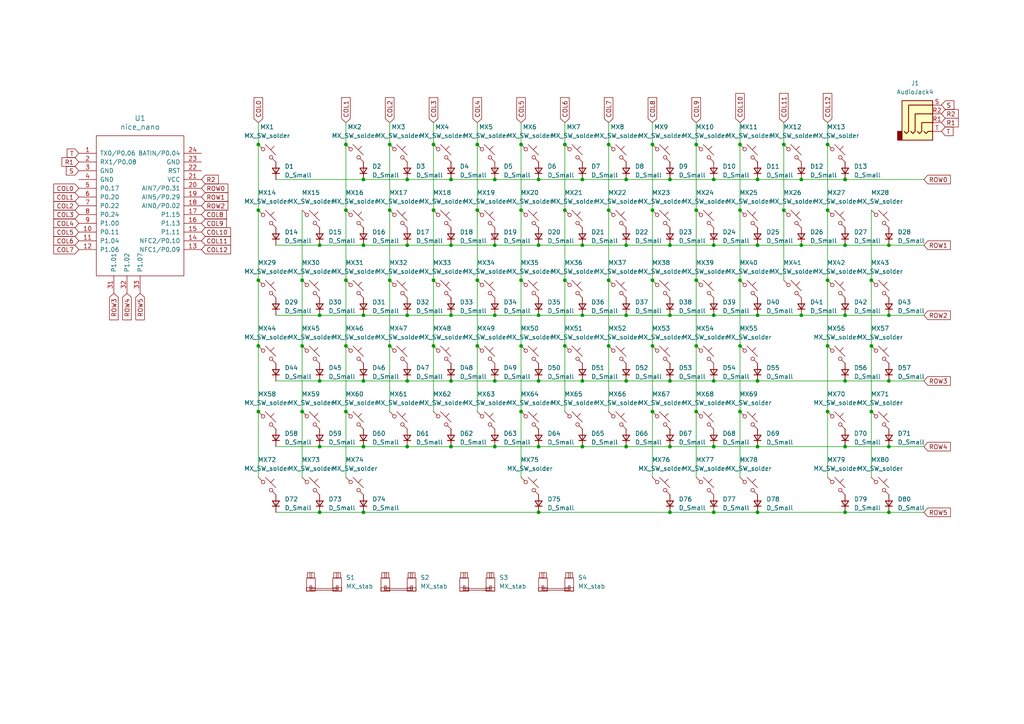
<source format=kicad_sch>
(kicad_sch (version 20250114) (generator "eeschema") (generator_version "9.0")
  (paper "A4")
  (lib_symbols
    (symbol "Connector_Audio:AudioJack4"
      (property "Reference" "J" (at 0 8.89 0))
      (property "Value" "AudioJack4" (at 0 6.35 0))
      (symbol "AudioJack4_1_1"
        (pin passive line (at 5.08 2.54 180) (length 2.54) (name "~") (number "S"))
        (pin passive line (at 5.08 0 180) (length 2.54) (name "~") (number "R2"))
        (pin passive line (at 5.08 -2.54 180) (length 2.54) (name "~") (number "R1"))
        (pin passive line (at 5.08 -5.08 180) (length 2.54) (name "~") (number "T"))
      )
    )
    (symbol "Device:D_Small" (pin_numbers (hide yes)) (pin_names (offset 0.254) (hide yes))
      (property "Reference" "D" (at -1.27 2.032 0))
      (property "Value" "D_Small" (at -3.81 -2.032 0))
      (symbol "D_Small_1_1"
        (pin passive line (at -2.54 0 0) (length 1.778) (name "K") (number "1"))
        (pin passive line (at 2.54 0 180) (length 1.778) (name "A") (number "2"))
      )
    )
    (symbol "New_Library:nice_nano" (pin_names (offset 1.016))
      (property "Reference" "U" (at 0 0 0))
      (property "Value" "nice_nano" (at 0 2.54 0))
      (symbol "nice_nano_1_1"
        (pin input line (at -17.78 13.97 0) (length 5.08) (name "TX0/P0.06") (number "1"))
        (pin input line (at -17.78 11.43 0) (length 5.08) (name "RX1/P0.08") (number "2"))
        (pin input line (at -17.78 8.89 0) (length 5.08) (name "GND") (number "3"))
        (pin input line (at -17.78 6.35 0) (length 5.08) (name "GND") (number "4"))
        (pin input line (at -17.78 3.81 0) (length 5.08) (name "P0.17") (number "5"))
        (pin input line (at -17.78 1.27 0) (length 5.08) (name "P0.20") (number "6"))
        (pin input line (at -17.78 -1.27 0) (length 5.08) (name "P0.22") (number "7"))
        (pin input line (at -17.78 -3.81 0) (length 5.08) (name "P0.24") (number "8"))
        (pin input line (at -17.78 -6.35 0) (length 5.08) (name "P1.00") (number "9"))
        (pin input line (at -17.78 -8.89 0) (length 5.08) (name "P0.11") (number "10"))
        (pin input line (at -17.78 -11.43 0) (length 5.08) (name "P1.04") (number "11"))
        (pin input line (at -17.78 -13.97 0) (length 5.08) (name "P1.06") (number "12"))
        (pin input line (at -7.62 -26.67 90) (length 5.08) (name "P1.01") (number "31"))
        (pin input line (at -3.81 -26.67 90) (length 5.08) (name "P1.02") (number "32"))
        (pin input line (at 0 -26.67 90) (length 5.08) (name "P1.07") (number "33"))
        (pin input line (at 17.78 13.97 180) (length 5.08) (name "BATIN/P0.04") (number "24"))
        (pin input line (at 17.78 11.43 180) (length 5.08) (name "GND") (number "23"))
        (pin input line (at 17.78 8.89 180) (length 5.08) (name "RST") (number "22"))
        (pin input line (at 17.78 6.35 180) (length 5.08) (name "VCC") (number "21"))
        (pin input line (at 17.78 3.81 180) (length 5.08) (name "AIN7/P0.31") (number "20"))
        (pin input line (at 17.78 1.27 180) (length 5.08) (name "AIN5/P0.29") (number "19"))
        (pin input line (at 17.78 -1.27 180) (length 5.08) (name "AIN0/P0.02") (number "18"))
        (pin input line (at 17.78 -3.81 180) (length 5.08) (name "P1.15") (number "17"))
        (pin input line (at 17.78 -6.35 180) (length 5.08) (name "P1.13") (number "16"))
        (pin input line (at 17.78 -8.89 180) (length 5.08) (name "P1.11") (number "15"))
        (pin input line (at 17.78 -11.43 180) (length 5.08) (name "NFC2/P0.10") (number "14"))
        (pin input line (at 17.78 -13.97 180) (length 5.08) (name "NFC1/P0.09") (number "13"))
      )
    )
    (symbol "PCM_marbastlib-mx:MX_SW_solder" (pin_numbers (hide yes)) (pin_names (offset 1.016) (hide yes))
      (property "Reference" "MX" (at 3.048 1.016 0))
      (property "Value" "MX_SW_solder" (at 0 -3.81 0))
      (symbol "MX_SW_solder_0_1"
        (pin passive line (at -2.54 2.54 0) (length 0) (name "1") (number "1"))
        (pin passive line (at 2.54 -2.54 180) (length 0) (name "2") (number "2"))
      )
    )
    (symbol "PCM_marbastlib-mx:MX_stab" (pin_names (offset 1.016))
      (property "Reference" "S" (at -5.08 6.35 0))
      (property "Value" "MX_stab" (at -5.08 3.81 0))
    )
  )
  (junction (at 194.31 52.07))
  (junction (at 100.33 100.33))
  (junction (at 163.83 100.33))
  (junction (at 189.23 41.91))
  (junction (at 245.11 71.12))
  (junction (at 207.01 148.59))
  (junction (at 189.23 100.33))
  (junction (at 214.63 81.28))
  (junction (at 100.33 81.28))
  (junction (at 138.43 60.96))
  (junction (at 194.31 129.54))
  (junction (at 125.73 60.96))
  (junction (at 74.93 100.33))
  (junction (at 176.53 41.91))
  (junction (at 156.21 52.07))
  (junction (at 113.03 60.96))
  (junction (at 189.23 119.38))
  (junction (at 138.43 41.91))
  (junction (at 232.41 71.12))
  (junction (at 92.71 110.49))
  (junction (at 156.21 91.44))
  (junction (at 214.63 41.91))
  (junction (at 156.21 71.12))
  (junction (at 168.91 71.12))
  (junction (at 207.01 52.07))
  (junction (at 207.01 71.12))
  (junction (at 240.03 100.33))
  (junction (at 138.43 100.33))
  (junction (at 92.71 71.12))
  (junction (at 138.43 81.28))
  (junction (at 207.01 129.54))
  (junction (at 257.81 148.59))
  (junction (at 189.23 81.28))
  (junction (at 118.11 52.07))
  (junction (at 113.03 100.33))
  (junction (at 113.03 41.91))
  (junction (at 168.91 52.07))
  (junction (at 252.73 119.38))
  (junction (at 232.41 52.07))
  (junction (at 74.93 81.28))
  (junction (at 92.71 91.44))
  (junction (at 240.03 119.38))
  (junction (at 257.81 110.49))
  (junction (at 252.73 81.28))
  (junction (at 240.03 41.91))
  (junction (at 168.91 129.54))
  (junction (at 125.73 81.28))
  (junction (at 105.41 110.49))
  (junction (at 87.63 81.28))
  (junction (at 257.81 91.44))
  (junction (at 245.11 110.49))
  (junction (at 130.81 52.07))
  (junction (at 151.13 100.33))
  (junction (at 181.61 129.54))
  (junction (at 176.53 100.33))
  (junction (at 257.81 129.54))
  (junction (at 125.73 41.91))
  (junction (at 227.33 60.96))
  (junction (at 219.71 110.49))
  (junction (at 151.13 81.28))
  (junction (at 219.71 52.07))
  (junction (at 118.11 71.12))
  (junction (at 240.03 60.96))
  (junction (at 214.63 119.38))
  (junction (at 156.21 148.59))
  (junction (at 176.53 60.96))
  (junction (at 163.83 41.91))
  (junction (at 227.33 41.91))
  (junction (at 92.71 129.54))
  (junction (at 118.11 91.44))
  (junction (at 181.61 52.07))
  (junction (at 87.63 119.38))
  (junction (at 189.23 60.96))
  (junction (at 201.93 119.38))
  (junction (at 143.51 91.44))
  (junction (at 232.41 91.44))
  (junction (at 151.13 60.96))
  (junction (at 201.93 100.33))
  (junction (at 194.31 110.49))
  (junction (at 257.81 71.12))
  (junction (at 252.73 100.33))
  (junction (at 194.31 148.59))
  (junction (at 245.11 129.54))
  (junction (at 113.03 81.28))
  (junction (at 74.93 41.91))
  (junction (at 219.71 148.59))
  (junction (at 201.93 41.91))
  (junction (at 143.51 110.49))
  (junction (at 181.61 91.44))
  (junction (at 143.51 71.12))
  (junction (at 143.51 52.07))
  (junction (at 100.33 119.38))
  (junction (at 151.13 41.91))
  (junction (at 130.81 91.44))
  (junction (at 118.11 110.49))
  (junction (at 143.51 129.54))
  (junction (at 156.21 110.49))
  (junction (at 240.03 81.28))
  (junction (at 214.63 100.33))
  (junction (at 100.33 60.96))
  (junction (at 105.41 52.07))
  (junction (at 214.63 60.96))
  (junction (at 100.33 41.91))
  (junction (at 207.01 110.49))
  (junction (at 105.41 129.54))
  (junction (at 130.81 71.12))
  (junction (at 245.11 91.44))
  (junction (at 151.13 119.38))
  (junction (at 105.41 91.44))
  (junction (at 245.11 52.07))
  (junction (at 181.61 71.12))
  (junction (at 92.71 148.59))
  (junction (at 105.41 148.59))
  (junction (at 156.21 129.54))
  (junction (at 181.61 110.49))
  (junction (at 118.11 129.54))
  (junction (at 176.53 81.28))
  (junction (at 245.11 148.59))
  (junction (at 74.93 119.38))
  (junction (at 201.93 81.28))
  (junction (at 130.81 110.49))
  (junction (at 163.83 60.96))
  (junction (at 168.91 110.49))
  (junction (at 168.91 91.44))
  (junction (at 74.93 60.96))
  (junction (at 194.31 91.44))
  (junction (at 125.73 100.33))
  (junction (at 130.81 129.54))
  (junction (at 87.63 100.33))
  (junction (at 194.31 71.12))
  (junction (at 201.93 60.96))
  (junction (at 219.71 91.44))
  (junction (at 163.83 81.28))
  (junction (at 105.41 71.12))
  (junction (at 207.01 91.44))
  (junction (at 219.71 71.12))
  (junction (at 219.71 129.54))
  (wire (pts (xy 105.41 129.54) (xy 118.11 129.54)))
  (wire (pts (xy 74.93 119.38) (xy 74.93 138.43)))
  (wire (pts (xy 163.83 81.28) (xy 163.83 100.33)))
  (wire (pts (xy 143.51 110.49) (xy 156.21 110.49)))
  (wire (pts (xy 194.31 148.59) (xy 207.01 148.59)))
  (wire (pts (xy 201.93 81.28) (xy 201.93 100.33)))
  (wire (pts (xy 219.71 148.59) (xy 245.11 148.59)))
  (wire (pts (xy 74.93 41.91) (xy 74.93 60.96)))
  (wire (pts (xy 113.03 35.56) (xy 113.03 41.91)))
  (wire (pts (xy 201.93 60.96) (xy 201.93 81.28)))
  (wire (pts (xy 194.31 71.12) (xy 207.01 71.12)))
  (wire (pts (xy 100.33 41.91) (xy 100.33 60.96)))
  (wire (pts (xy 118.11 129.54) (xy 130.81 129.54)))
  (wire (pts (xy 92.71 91.44) (xy 105.41 91.44)))
  (wire (pts (xy 151.13 100.33) (xy 151.13 119.38)))
  (wire (pts (xy 168.91 71.12) (xy 181.61 71.12)))
  (wire (pts (xy 143.51 71.12) (xy 156.21 71.12)))
  (wire (pts (xy 130.81 110.49) (xy 143.51 110.49)))
  (wire (pts (xy 74.93 100.33) (xy 74.93 119.38)))
  (wire (pts (xy 168.91 129.54) (xy 181.61 129.54)))
  (wire (pts (xy 138.43 35.56) (xy 138.43 41.91)))
  (wire (pts (xy 163.83 35.56) (xy 163.83 41.91)))
  (wire (pts (xy 267.97 91.44) (xy 257.81 91.44)))
  (wire (pts (xy 214.63 100.33) (xy 214.63 119.38)))
  (wire (pts (xy 156.21 71.12) (xy 168.91 71.12)))
  (wire (pts (xy 181.61 129.54) (xy 194.31 129.54)))
  (wire (pts (xy 130.81 71.12) (xy 143.51 71.12)))
  (wire (pts (xy 189.23 41.91) (xy 189.23 60.96)))
  (wire (pts (xy 207.01 129.54) (xy 219.71 129.54)))
  (wire (pts (xy 156.21 91.44) (xy 168.91 91.44)))
  (wire (pts (xy 240.03 100.33) (xy 240.03 119.38)))
  (wire (pts (xy 74.93 81.28) (xy 74.93 100.33)))
  (wire (pts (xy 130.81 129.54) (xy 143.51 129.54)))
  (wire (pts (xy 92.71 148.59) (xy 105.41 148.59)))
  (wire (pts (xy 176.53 60.96) (xy 176.53 81.28)))
  (wire (pts (xy 125.73 60.96) (xy 125.73 81.28)))
  (wire (pts (xy 176.53 100.33) (xy 176.53 119.38)))
  (wire (pts (xy 156.21 110.49) (xy 168.91 110.49)))
  (wire (pts (xy 151.13 119.38) (xy 151.13 138.43)))
  (wire (pts (xy 240.03 119.38) (xy 240.03 138.43)))
  (wire (pts (xy 87.63 60.96) (xy 87.63 81.28)))
  (wire (pts (xy 130.81 91.44) (xy 143.51 91.44)))
  (wire (pts (xy 207.01 91.44) (xy 219.71 91.44)))
  (wire (pts (xy 87.63 100.33) (xy 87.63 119.38)))
  (wire (pts (xy 118.11 110.49) (xy 130.81 110.49)))
  (wire (pts (xy 125.73 35.56) (xy 125.73 41.91)))
  (wire (pts (xy 245.11 91.44) (xy 257.81 91.44)))
  (wire (pts (xy 138.43 60.96) (xy 138.43 81.28)))
  (wire (pts (xy 143.51 52.07) (xy 156.21 52.07)))
  (wire (pts (xy 240.03 81.28) (xy 240.03 100.33)))
  (wire (pts (xy 138.43 41.91) (xy 138.43 60.96)))
  (wire (pts (xy 125.73 41.91) (xy 125.73 60.96)))
  (wire (pts (xy 214.63 119.38) (xy 214.63 138.43)))
  (wire (pts (xy 176.53 35.56) (xy 176.53 41.91)))
  (wire (pts (xy 151.13 35.56) (xy 151.13 41.91)))
  (wire (pts (xy 176.53 81.28) (xy 176.53 100.33)))
  (wire (pts (xy 232.41 71.12) (xy 245.11 71.12)))
  (wire (pts (xy 201.93 100.33) (xy 201.93 119.38)))
  (wire (pts (xy 168.91 52.07) (xy 181.61 52.07)))
  (wire (pts (xy 267.97 148.59) (xy 257.81 148.59)))
  (wire (pts (xy 113.03 41.91) (xy 113.03 60.96)))
  (wire (pts (xy 105.41 110.49) (xy 118.11 110.49)))
  (wire (pts (xy 207.01 71.12) (xy 219.71 71.12)))
  (wire (pts (xy 168.91 110.49) (xy 181.61 110.49)))
  (wire (pts (xy 240.03 60.96) (xy 240.03 81.28)))
  (wire (pts (xy 92.71 110.49) (xy 105.41 110.49)))
  (wire (pts (xy 105.41 71.12) (xy 118.11 71.12)))
  (wire (pts (xy 87.63 81.28) (xy 87.63 100.33)))
  (wire (pts (xy 143.51 91.44) (xy 156.21 91.44)))
  (wire (pts (xy 163.83 60.96) (xy 163.83 81.28)))
  (wire (pts (xy 189.23 81.28) (xy 189.23 100.33)))
  (wire (pts (xy 151.13 81.28) (xy 151.13 100.33)))
  (wire (pts (xy 105.41 91.44) (xy 118.11 91.44)))
  (wire (pts (xy 80.01 110.49) (xy 92.71 110.49)))
  (wire (pts (xy 214.63 60.96) (xy 214.63 81.28)))
  (wire (pts (xy 207.01 52.07) (xy 219.71 52.07)))
  (wire (pts (xy 240.03 35.56) (xy 240.03 41.91)))
  (wire (pts (xy 219.71 110.49) (xy 245.11 110.49)))
  (wire (pts (xy 232.41 52.07) (xy 245.11 52.07)))
  (wire (pts (xy 163.83 100.33) (xy 163.83 119.38)))
  (wire (pts (xy 80.01 148.59) (xy 92.71 148.59)))
  (wire (pts (xy 194.31 91.44) (xy 207.01 91.44)))
  (wire (pts (xy 105.41 52.07) (xy 118.11 52.07)))
  (wire (pts (xy 245.11 148.59) (xy 257.81 148.59)))
  (wire (pts (xy 92.71 129.54) (xy 105.41 129.54)))
  (wire (pts (xy 245.11 110.49) (xy 257.81 110.49)))
  (wire (pts (xy 232.41 91.44) (xy 245.11 91.44)))
  (wire (pts (xy 194.31 110.49) (xy 207.01 110.49)))
  (wire (pts (xy 118.11 71.12) (xy 130.81 71.12)))
  (wire (pts (xy 176.53 41.91) (xy 176.53 60.96)))
  (wire (pts (xy 219.71 52.07) (xy 232.41 52.07)))
  (wire (pts (xy 194.31 129.54) (xy 207.01 129.54)))
  (wire (pts (xy 151.13 60.96) (xy 151.13 81.28)))
  (wire (pts (xy 156.21 129.54) (xy 168.91 129.54)))
  (wire (pts (xy 87.63 119.38) (xy 87.63 138.43)))
  (wire (pts (xy 80.01 91.44) (xy 92.71 91.44)))
  (wire (pts (xy 100.33 119.38) (xy 100.33 138.43)))
  (wire (pts (xy 181.61 110.49) (xy 194.31 110.49)))
  (wire (pts (xy 163.83 41.91) (xy 163.83 60.96)))
  (wire (pts (xy 118.11 52.07) (xy 130.81 52.07)))
  (wire (pts (xy 227.33 41.91) (xy 227.33 60.96)))
  (wire (pts (xy 207.01 148.59) (xy 219.71 148.59)))
  (wire (pts (xy 227.33 60.96) (xy 227.33 81.28)))
  (wire (pts (xy 252.73 60.96) (xy 252.73 81.28)))
  (wire (pts (xy 138.43 81.28) (xy 138.43 100.33)))
  (wire (pts (xy 74.93 35.56) (xy 74.93 41.91)))
  (wire (pts (xy 138.43 100.33) (xy 138.43 119.38)))
  (wire (pts (xy 80.01 71.12) (xy 92.71 71.12)))
  (wire (pts (xy 113.03 100.33) (xy 113.03 119.38)))
  (wire (pts (xy 219.71 71.12) (xy 232.41 71.12)))
  (wire (pts (xy 113.03 81.28) (xy 113.03 100.33)))
  (wire (pts (xy 100.33 60.96) (xy 100.33 81.28)))
  (wire (pts (xy 156.21 148.59) (xy 194.31 148.59)))
  (wire (pts (xy 194.31 52.07) (xy 207.01 52.07)))
  (wire (pts (xy 143.51 129.54) (xy 156.21 129.54)))
  (wire (pts (xy 201.93 35.56) (xy 201.93 41.91)))
  (wire (pts (xy 214.63 81.28) (xy 214.63 100.33)))
  (wire (pts (xy 189.23 35.56) (xy 189.23 41.91)))
  (wire (pts (xy 113.03 60.96) (xy 113.03 81.28)))
  (wire (pts (xy 100.33 35.56) (xy 100.33 41.91)))
  (wire (pts (xy 201.93 119.38) (xy 201.93 138.43)))
  (wire (pts (xy 118.11 91.44) (xy 130.81 91.44)))
  (wire (pts (xy 245.11 71.12) (xy 257.81 71.12)))
  (wire (pts (xy 214.63 41.91) (xy 214.63 60.96)))
  (wire (pts (xy 201.93 41.91) (xy 201.93 60.96)))
  (wire (pts (xy 252.73 81.28) (xy 252.73 100.33)))
  (wire (pts (xy 130.81 52.07) (xy 143.51 52.07)))
  (wire (pts (xy 267.97 52.07) (xy 245.11 52.07)))
  (wire (pts (xy 257.81 110.49) (xy 267.97 110.49)))
  (wire (pts (xy 252.73 100.33) (xy 252.73 119.38)))
  (wire (pts (xy 267.97 129.54) (xy 257.81 129.54)))
  (wire (pts (xy 92.71 71.12) (xy 105.41 71.12)))
  (wire (pts (xy 189.23 60.96) (xy 189.23 81.28)))
  (wire (pts (xy 156.21 52.07) (xy 168.91 52.07)))
  (wire (pts (xy 151.13 41.91) (xy 151.13 60.96)))
  (wire (pts (xy 74.93 60.96) (xy 74.93 81.28)))
  (wire (pts (xy 100.33 81.28) (xy 100.33 100.33)))
  (wire (pts (xy 181.61 91.44) (xy 194.31 91.44)))
  (wire (pts (xy 252.73 119.38) (xy 252.73 138.43)))
  (wire (pts (xy 207.01 110.49) (xy 219.71 110.49)))
  (wire (pts (xy 219.71 129.54) (xy 245.11 129.54)))
  (wire (pts (xy 245.11 129.54) (xy 257.81 129.54)))
  (wire (pts (xy 100.33 100.33) (xy 100.33 119.38)))
  (wire (pts (xy 189.23 100.33) (xy 189.23 119.38)))
  (wire (pts (xy 219.71 91.44) (xy 232.41 91.44)))
  (wire (pts (xy 240.03 41.91) (xy 240.03 60.96)))
  (wire (pts (xy 80.01 129.54) (xy 92.71 129.54)))
  (wire (pts (xy 267.97 71.12) (xy 257.81 71.12)))
  (wire (pts (xy 181.61 71.12) (xy 194.31 71.12)))
  (wire (pts (xy 125.73 100.33) (xy 125.73 119.38)))
  (wire (pts (xy 168.91 91.44) (xy 181.61 91.44)))
  (wire (pts (xy 214.63 35.56) (xy 214.63 41.91)))
  (wire (pts (xy 181.61 52.07) (xy 194.31 52.07)))
  (wire (pts (xy 227.33 35.56) (xy 227.33 41.91)))
  (wire (pts (xy 189.23 119.38) (xy 189.23 138.43)))
  (wire (pts (xy 105.41 148.59) (xy 156.21 148.59)))
  (wire (pts (xy 125.73 81.28) (xy 125.73 100.33)))
  (wire (pts (xy 80.01 52.07) (xy 105.41 52.07)))
  (global_label "COL2" (shape input) (at 22.86 59.69 180) (property "Intersheetrefs" "${INTERSHEET_REFS}" (effects (hide yes))))
  (global_label "R2" (shape input) (at 58.42 52.07 0) (property "Intersheetrefs" "${INTERSHEET_REFS}" (effects (hide yes))))
  (global_label "COL4" (shape input) (at 22.86 64.77 180) (property "Intersheetrefs" "${INTERSHEET_REFS}" (effects (hide yes))))
  (global_label "COL0" (shape input) (at 22.86 54.61 180) (property "Intersheetrefs" "${INTERSHEET_REFS}" (effects (hide yes))))
  (global_label "COL5" (shape input) (at 22.86 67.31 180) (property "Intersheetrefs" "${INTERSHEET_REFS}" (effects (hide yes))))
  (global_label "COL9" (shape input) (at 201.93 35.56 90) (property "Intersheetrefs" "${INTERSHEET_REFS}" (effects (hide yes))))
  (global_label "COL6" (shape input) (at 163.83 35.56 90) (property "Intersheetrefs" "${INTERSHEET_REFS}" (effects (hide yes))))
  (global_label "ROW1" (shape input) (at 267.97 71.12 0) (property "Intersheetrefs" "${INTERSHEET_REFS}" (effects (hide yes))))
  (global_label "ROW3" (shape input) (at 267.97 110.49 0) (property "Intersheetrefs" "${INTERSHEET_REFS}" (effects (hide yes))))
  (global_label "ROW4" (shape input) (at 267.97 129.54 0) (property "Intersheetrefs" "${INTERSHEET_REFS}" (effects (hide yes))))
  (global_label "ROW0" (shape input) (at 267.97 52.07 0) (property "Intersheetrefs" "${INTERSHEET_REFS}" (effects (hide yes))))
  (global_label "COL1" (shape input) (at 100.33 35.56 90) (property "Intersheetrefs" "${INTERSHEET_REFS}" (effects (hide yes))))
  (global_label "COL3" (shape input) (at 22.86 62.23 180) (property "Intersheetrefs" "${INTERSHEET_REFS}" (effects (hide yes))))
  (global_label "COL9" (shape input) (at 58.42 64.77 0) (property "Intersheetrefs" "${INTERSHEET_REFS}" (effects (hide yes))))
  (global_label "COL10" (shape input) (at 214.63 35.56 90) (property "Intersheetrefs" "${INTERSHEET_REFS}" (effects (hide yes))))
  (global_label "COL7" (shape input) (at 176.53 35.56 90) (property "Intersheetrefs" "${INTERSHEET_REFS}" (effects (hide yes))))
  (global_label "COL7" (shape input) (at 22.86 72.39 180) (property "Intersheetrefs" "${INTERSHEET_REFS}" (effects (hide yes))))
  (global_label "ROW3" (shape input) (at 33.02 85.09 270) (property "Intersheetrefs" "${INTERSHEET_REFS}" (effects (hide yes))))
  (global_label "COL12" (shape input) (at 58.42 72.39 0) (property "Intersheetrefs" "${INTERSHEET_REFS}" (effects (hide yes))))
  (global_label "ROW2" (shape input) (at 58.42 59.69 0) (property "Intersheetrefs" "${INTERSHEET_REFS}" (effects (hide yes))))
  (global_label "S" (shape input) (at 273.05 30.48 0) (property "Intersheetrefs" "${INTERSHEET_REFS}" (effects (hide yes))))
  (global_label "COL11" (shape input) (at 227.33 35.56 90) (property "Intersheetrefs" "${INTERSHEET_REFS}" (effects (hide yes))))
  (global_label "COL8" (shape input) (at 58.42 62.23 0) (property "Intersheetrefs" "${INTERSHEET_REFS}" (effects (hide yes))))
  (global_label "COL0" (shape input) (at 74.93 35.56 90) (property "Intersheetrefs" "${INTERSHEET_REFS}" (effects (hide yes))))
  (global_label "ROW5" (shape input) (at 267.97 148.59 0) (property "Intersheetrefs" "${INTERSHEET_REFS}" (effects (hide yes))))
  (global_label "T" (shape input) (at 273.05 38.1 0) (property "Intersheetrefs" "${INTERSHEET_REFS}" (effects (hide yes))))
  (global_label "ROW4" (shape input) (at 36.83 85.09 270) (property "Intersheetrefs" "${INTERSHEET_REFS}" (effects (hide yes))))
  (global_label "COL3" (shape input) (at 125.73 35.56 90) (property "Intersheetrefs" "${INTERSHEET_REFS}" (effects (hide yes))))
  (global_label "COL1" (shape input) (at 22.86 57.15 180) (property "Intersheetrefs" "${INTERSHEET_REFS}" (effects (hide yes))))
  (global_label "COL6" (shape input) (at 22.86 69.85 180) (property "Intersheetrefs" "${INTERSHEET_REFS}" (effects (hide yes))))
  (global_label "ROW2" (shape input) (at 267.97 91.44 0) (property "Intersheetrefs" "${INTERSHEET_REFS}" (effects (hide yes))))
  (global_label "ROW5" (shape input) (at 40.64 85.09 270) (property "Intersheetrefs" "${INTERSHEET_REFS}" (effects (hide yes))))
  (global_label "R1" (shape input) (at 22.86 46.99 180) (property "Intersheetrefs" "${INTERSHEET_REFS}" (effects (hide yes))))
  (global_label "COL8" (shape input) (at 189.23 35.56 90) (property "Intersheetrefs" "${INTERSHEET_REFS}" (effects (hide yes))))
  (global_label "COL5" (shape input) (at 151.13 35.56 90) (property "Intersheetrefs" "${INTERSHEET_REFS}" (effects (hide yes))))
  (global_label "S" (shape input) (at 22.86 49.53 180) (property "Intersheetrefs" "${INTERSHEET_REFS}" (effects (hide yes))))
  (global_label "COL12" (shape input) (at 240.03 35.56 90) (property "Intersheetrefs" "${INTERSHEET_REFS}" (effects (hide yes))))
  (global_label "COL11" (shape input) (at 58.42 69.85 0) (property "Intersheetrefs" "${INTERSHEET_REFS}" (effects (hide yes))))
  (global_label "R2" (shape input) (at 273.05 33.02 0) (property "Intersheetrefs" "${INTERSHEET_REFS}" (effects (hide yes))))
  (global_label "R1" (shape input) (at 273.05 35.56 0) (property "Intersheetrefs" "${INTERSHEET_REFS}" (effects (hide yes))))
  (global_label "T" (shape input) (at 22.86 44.45 180) (property "Intersheetrefs" "${INTERSHEET_REFS}" (effects (hide yes))))
  (global_label "COL2" (shape input) (at 113.03 35.56 90) (property "Intersheetrefs" "${INTERSHEET_REFS}" (effects (hide yes))))
  (global_label "COL4" (shape input) (at 138.43 35.56 90) (property "Intersheetrefs" "${INTERSHEET_REFS}" (effects (hide yes))))
  (global_label "COL10" (shape input) (at 58.42 67.31 0) (property "Intersheetrefs" "${INTERSHEET_REFS}" (effects (hide yes))))
  (global_label "ROW0" (shape input) (at 58.42 54.61 0) (property "Intersheetrefs" "${INTERSHEET_REFS}" (effects (hide yes))))
  (global_label "ROW1" (shape input) (at 58.42 57.15 0) (property "Intersheetrefs" "${INTERSHEET_REFS}" (effects (hide yes))))
  (symbol (lib_id "Device:D_Small") (at 168.91 49.53 90) (unit 1)
    (property "Reference" "D7" (at 171.45 48.2599 90) (effects (justify right)))
    (property "Value" "D_Small" (at 171.45 50.7999 90) (effects (justify right)))
    (property "Footprint" "Diode_SMD:D_SOD-123" (effects (hide yes)))
    (property "Description" "Diode, small symbol" (effects (hide yes)))
    (property "Sim.Device" "D" (effects (hide yes)))
    (property "Sim.Pins" "1=K 2=A" (effects (hide yes)))
  )
  (symbol (lib_id "PCM_marbastlib-mx:MX_SW_solder") (at 217.17 63.5 0) (unit 1)
    (property "Reference" "MX25" (at 217.17 55.88 0))
    (property "Value" "MX_SW_solder" (at 217.17 58.42 0))
    (property "Footprint" "PCM_marbastlib-mx:SW_MX_1u" (effects (hide yes)))
    (property "Description" "Push button switch, normally open, two pins, 45° tilted" (effects (hide yes)))
  )
  (symbol (lib_id "Device:D_Small") (at 207.01 127 90) (unit 1)
    (property "Reference" "D68" (at 209.55 125.7299 90) (effects (justify right)))
    (property "Value" "D_Small" (at 209.55 128.2699 90) (effects (justify right)))
    (property "Footprint" "Diode_SMD:D_SOD-123" (effects (hide yes)))
    (property "Description" "Diode, small symbol" (effects (hide yes)))
    (property "Sim.Device" "D" (effects (hide yes)))
    (property "Sim.Pins" "1=K 2=A" (effects (hide yes)))
  )
  (symbol (lib_id "PCM_marbastlib-mx:MX_SW_solder") (at 166.37 63.5 0) (unit 1)
    (property "Reference" "MX21" (at 166.37 55.88 0))
    (property "Value" "MX_SW_solder" (at 166.37 58.42 0))
    (property "Footprint" "PCM_marbastlib-mx:SW_MX_1u" (effects (hide yes)))
    (property "Description" "Push button switch, normally open, two pins, 45° tilted" (effects (hide yes)))
  )
  (symbol (lib_id "PCM_marbastlib-mx:MX_SW_solder") (at 191.77 83.82 0) (unit 1)
    (property "Reference" "MX38" (at 191.77 76.2 0))
    (property "Value" "MX_SW_solder" (at 191.77 78.74 0))
    (property "Footprint" "PCM_marbastlib-mx:SW_MX_1u" (effects (hide yes)))
    (property "Description" "Push button switch, normally open, two pins, 45° tilted" (effects (hide yes)))
  )
  (symbol (lib_id "PCM_marbastlib-mx:MX_SW_solder") (at 217.17 83.82 0) (unit 1)
    (property "Reference" "MX40" (at 217.17 76.2 0))
    (property "Value" "MX_SW_solder" (at 217.17 78.74 0))
    (property "Footprint" "PCM_marbastlib-mx:SW_MX_1u" (effects (hide yes)))
    (property "Description" "Push button switch, normally open, two pins, 45° tilted" (effects (hide yes)))
  )
  (symbol (lib_id "Device:D_Small") (at 219.71 49.53 90) (unit 1)
    (property "Reference" "D11" (at 222.25 48.2599 90) (effects (justify right)))
    (property "Value" "D_Small" (at 222.25 50.7999 90) (effects (justify right)))
    (property "Footprint" "Diode_SMD:D_SOD-123" (effects (hide yes)))
    (property "Description" "Diode, small symbol" (effects (hide yes)))
    (property "Sim.Device" "D" (effects (hide yes)))
    (property "Sim.Pins" "1=K 2=A" (effects (hide yes)))
  )
  (symbol (lib_id "Device:D_Small") (at 156.21 107.95 90) (unit 1)
    (property "Reference" "D50" (at 158.75 106.6799 90) (effects (justify right)))
    (property "Value" "D_Small" (at 158.75 109.2199 90) (effects (justify right)))
    (property "Footprint" "Diode_SMD:D_SOD-123" (effects (hide yes)))
    (property "Description" "Diode, small symbol" (effects (hide yes)))
    (property "Sim.Device" "D" (effects (hide yes)))
    (property "Sim.Pins" "1=K 2=A" (effects (hide yes)))
  )
  (symbol (lib_id "PCM_marbastlib-mx:MX_SW_solder") (at 191.77 63.5 0) (unit 1)
    (property "Reference" "MX23" (at 191.77 55.88 0))
    (property "Value" "MX_SW_solder" (at 191.77 58.42 0))
    (property "Footprint" "PCM_marbastlib-mx:SW_MX_1u" (effects (hide yes)))
    (property "Description" "Push button switch, normally open, two pins, 45° tilted" (effects (hide yes)))
  )
  (symbol (lib_id "Device:D_Small") (at 181.61 107.95 90) (unit 1)
    (property "Reference" "D52" (at 184.15 106.6799 90) (effects (justify right)))
    (property "Value" "D_Small" (at 184.15 109.2199 90) (effects (justify right)))
    (property "Footprint" "Diode_SMD:D_SOD-123" (effects (hide yes)))
    (property "Description" "Diode, small symbol" (effects (hide yes)))
    (property "Sim.Device" "D" (effects (hide yes)))
    (property "Sim.Pins" "1=K 2=A" (effects (hide yes)))
  )
  (symbol (lib_id "Device:D_Small") (at 143.51 88.9 90) (unit 1)
    (property "Reference" "D34" (at 146.05 87.6299 90) (effects (justify right)))
    (property "Value" "D_Small" (at 146.05 90.1699 90) (effects (justify right)))
    (property "Footprint" "Diode_SMD:D_SOD-123" (effects (hide yes)))
    (property "Description" "Diode, small symbol" (effects (hide yes)))
    (property "Sim.Device" "D" (effects (hide yes)))
    (property "Sim.Pins" "1=K 2=A" (effects (hide yes)))
  )
  (symbol (lib_id "PCM_marbastlib-mx:MX_SW_solder") (at 153.67 44.45 0) (unit 1)
    (property "Reference" "MX6" (at 153.67 36.83 0))
    (property "Value" "MX_SW_solder" (at 153.67 39.37 0))
    (property "Footprint" "PCM_marbastlib-mx:SW_MX_1u" (effects (hide yes)))
    (property "Description" "Push button switch, normally open, two pins, 45° tilted" (effects (hide yes)))
  )
  (symbol (lib_id "PCM_marbastlib-mx:MX_SW_solder") (at 140.97 121.92 0) (unit 1)
    (property "Reference" "MX63" (at 140.97 114.3 0))
    (property "Value" "MX_SW_solder" (at 140.97 116.84 0))
    (property "Footprint" "PCM_marbastlib-mx:SW_MX_1u" (effects (hide yes)))
    (property "Description" "Push button switch, normally open, two pins, 45° tilted" (effects (hide yes)))
  )
  (symbol (lib_id "Device:D_Small") (at 118.11 68.58 90) (unit 1)
    (property "Reference" "D17" (at 120.65 67.3099 90) (effects (justify right)))
    (property "Value" "D_Small" (at 120.65 69.8499 90) (effects (justify right)))
    (property "Footprint" "Diode_SMD:D_SOD-123" (effects (hide yes)))
    (property "Description" "Diode, small symbol" (effects (hide yes)))
    (property "Sim.Device" "D" (effects (hide yes)))
    (property "Sim.Pins" "1=K 2=A" (effects (hide yes)))
  )
  (symbol (lib_id "PCM_marbastlib-mx:MX_SW_solder") (at 140.97 102.87 0) (unit 1)
    (property "Reference" "MX49" (at 140.97 95.25 0))
    (property "Value" "MX_SW_solder" (at 140.97 97.79 0))
    (property "Footprint" "PCM_marbastlib-mx:SW_MX_1u" (effects (hide yes)))
    (property "Description" "Push button switch, normally open, two pins, 45° tilted" (effects (hide yes)))
  )
  (symbol (lib_id "PCM_marbastlib-mx:MX_SW_solder") (at 102.87 121.92 0) (unit 1)
    (property "Reference" "MX60" (at 102.87 114.3 0))
    (property "Value" "MX_SW_solder" (at 102.87 116.84 0))
    (property "Footprint" "PCM_marbastlib-mx:SW_MX_1u" (effects (hide yes)))
    (property "Description" "Push button switch, normally open, two pins, 45° tilted" (effects (hide yes)))
  )
  (symbol (lib_id "Device:D_Small") (at 168.91 68.58 90) (unit 1)
    (property "Reference" "D21" (at 171.45 67.3099 90) (effects (justify right)))
    (property "Value" "D_Small" (at 171.45 69.8499 90) (effects (justify right)))
    (property "Footprint" "Diode_SMD:D_SOD-123" (effects (hide yes)))
    (property "Description" "Diode, small symbol" (effects (hide yes)))
    (property "Sim.Device" "D" (effects (hide yes)))
    (property "Sim.Pins" "1=K 2=A" (effects (hide yes)))
  )
  (symbol (lib_id "Device:D_Small") (at 181.61 127 90) (unit 1)
    (property "Reference" "D66" (at 184.15 125.7299 90) (effects (justify right)))
    (property "Value" "D_Small" (at 184.15 128.2699 90) (effects (justify right)))
    (property "Footprint" "Diode_SMD:D_SOD-123" (effects (hide yes)))
    (property "Description" "Diode, small symbol" (effects (hide yes)))
    (property "Sim.Device" "D" (effects (hide yes)))
    (property "Sim.Pins" "1=K 2=A" (effects (hide yes)))
  )
  (symbol (lib_id "PCM_marbastlib-mx:MX_SW_solder") (at 115.57 83.82 0) (unit 1)
    (property "Reference" "MX32" (at 115.57 76.2 0))
    (property "Value" "MX_SW_solder" (at 115.57 78.74 0))
    (property "Footprint" "PCM_marbastlib-mx:SW_MX_1u" (effects (hide yes)))
    (property "Description" "Push button switch, normally open, two pins, 45° tilted" (effects (hide yes)))
  )
  (symbol (lib_id "Device:D_Small") (at 92.71 68.58 90) (unit 1)
    (property "Reference" "D15" (at 95.25 67.3099 90) (effects (justify right)))
    (property "Value" "D_Small" (at 95.25 69.8499 90) (effects (justify right)))
    (property "Footprint" "Diode_SMD:D_SOD-123" (effects (hide yes)))
    (property "Description" "Diode, small symbol" (effects (hide yes)))
    (property "Sim.Device" "D" (effects (hide yes)))
    (property "Sim.Pins" "1=K 2=A" (effects (hide yes)))
  )
  (symbol (lib_id "Device:D_Small") (at 118.11 127 90) (unit 1)
    (property "Reference" "D61" (at 120.65 125.7299 90) (effects (justify right)))
    (property "Value" "D_Small" (at 120.65 128.2699 90) (effects (justify right)))
    (property "Footprint" "Diode_SMD:D_SOD-123" (effects (hide yes)))
    (property "Description" "Diode, small symbol" (effects (hide yes)))
    (property "Sim.Device" "D" (effects (hide yes)))
    (property "Sim.Pins" "1=K 2=A" (effects (hide yes)))
  )
  (symbol (lib_id "PCM_marbastlib-mx:MX_SW_solder") (at 179.07 44.45 0) (unit 1)
    (property "Reference" "MX8" (at 179.07 36.83 0))
    (property "Value" "MX_SW_solder" (at 179.07 39.37 0))
    (property "Footprint" "PCM_marbastlib-mx:SW_MX_1u" (effects (hide yes)))
    (property "Description" "Push button switch, normally open, two pins, 45° tilted" (effects (hide yes)))
  )
  (symbol (lib_id "PCM_marbastlib-mx:MX_SW_solder") (at 242.57 102.87 0) (unit 1)
    (property "Reference" "MX56" (at 242.57 95.25 0))
    (property "Value" "MX_SW_solder" (at 242.57 97.79 0))
    (property "Footprint" "PCM_marbastlib-mx:SW_MX_1u" (effects (hide yes)))
    (property "Description" "Push button switch, normally open, two pins, 45° tilted" (effects (hide yes)))
  )
  (symbol (lib_id "Device:D_Small") (at 257.81 88.9 90) (unit 1)
    (property "Reference" "D43" (at 260.35 87.6299 90) (effects (justify right)))
    (property "Value" "D_Small" (at 260.35 90.1699 90) (effects (justify right)))
    (property "Footprint" "Diode_SMD:D_SOD-123" (effects (hide yes)))
    (property "Description" "Diode, small symbol" (effects (hide yes)))
    (property "Sim.Device" "D" (effects (hide yes)))
    (property "Sim.Pins" "1=K 2=A" (effects (hide yes)))
  )
  (symbol (lib_id "Device:D_Small") (at 156.21 49.53 90) (unit 1)
    (property "Reference" "D6" (at 158.75 48.2599 90) (effects (justify right)))
    (property "Value" "D_Small" (at 158.75 50.7999 90) (effects (justify right)))
    (property "Footprint" "Diode_SMD:D_SOD-123" (effects (hide yes)))
    (property "Description" "Diode, small symbol" (effects (hide yes)))
    (property "Sim.Device" "D" (effects (hide yes)))
    (property "Sim.Pins" "1=K 2=A" (effects (hide yes)))
  )
  (symbol (lib_id "Device:D_Small") (at 105.41 68.58 90) (unit 1)
    (property "Reference" "D16" (at 107.95 67.3099 90) (effects (justify right)))
    (property "Value" "D_Small" (at 107.95 69.8499 90) (effects (justify right)))
    (property "Footprint" "Diode_SMD:D_SOD-123" (effects (hide yes)))
    (property "Description" "Diode, small symbol" (effects (hide yes)))
    (property "Sim.Device" "D" (effects (hide yes)))
    (property "Sim.Pins" "1=K 2=A" (effects (hide yes)))
  )
  (symbol (lib_id "Device:D_Small") (at 92.71 146.05 90) (unit 1)
    (property "Reference" "D73" (at 95.25 144.7799 90) (effects (justify right)))
    (property "Value" "D_Small" (at 95.25 147.3199 90) (effects (justify right)))
    (property "Footprint" "Diode_SMD:D_SOD-123" (effects (hide yes)))
    (property "Description" "Diode, small symbol" (effects (hide yes)))
    (property "Sim.Device" "D" (effects (hide yes)))
    (property "Sim.Pins" "1=K 2=A" (effects (hide yes)))
  )
  (symbol (lib_id "Device:D_Small") (at 245.11 127 90) (unit 1)
    (property "Reference" "D70" (at 247.65 125.7299 90) (effects (justify right)))
    (property "Value" "D_Small" (at 247.65 128.2699 90) (effects (justify right)))
    (property "Footprint" "Diode_SMD:D_SOD-123" (effects (hide yes)))
    (property "Description" "Diode, small symbol" (effects (hide yes)))
    (property "Sim.Device" "D" (effects (hide yes)))
    (property "Sim.Pins" "1=K 2=A" (effects (hide yes)))
  )
  (symbol (lib_id "PCM_marbastlib-mx:MX_SW_solder") (at 102.87 140.97 0) (unit 1)
    (property "Reference" "MX74" (at 102.87 133.35 0))
    (property "Value" "MX_SW_solder" (at 102.87 135.89 0))
    (property "Footprint" "PCM_marbastlib-mx:SW_MX_1.25u" (effects (hide yes)))
    (property "Description" "Push button switch, normally open, two pins, 45° tilted" (effects (hide yes)))
  )
  (symbol (lib_id "PCM_marbastlib-mx:MX_SW_solder") (at 128.27 63.5 0) (unit 1)
    (property "Reference" "MX18" (at 128.27 55.88 0))
    (property "Value" "MX_SW_solder" (at 128.27 58.42 0))
    (property "Footprint" "PCM_marbastlib-mx:SW_MX_1u" (effects (hide yes)))
    (property "Description" "Push button switch, normally open, two pins, 45° tilted" (effects (hide yes)))
  )
  (symbol (lib_id "Device:D_Small") (at 168.91 88.9 90) (unit 1)
    (property "Reference" "D36" (at 171.45 87.6299 90) (effects (justify right)))
    (property "Value" "D_Small" (at 171.45 90.1699 90) (effects (justify right)))
    (property "Footprint" "Diode_SMD:D_SOD-123" (effects (hide yes)))
    (property "Description" "Diode, small symbol" (effects (hide yes)))
    (property "Sim.Device" "D" (effects (hide yes)))
    (property "Sim.Pins" "1=K 2=A" (effects (hide yes)))
  )
  (symbol (lib_id "Device:D_Small") (at 194.31 49.53 90) (unit 1)
    (property "Reference" "D9" (at 196.85 48.2599 90) (effects (justify right)))
    (property "Value" "D_Small" (at 196.85 50.7999 90) (effects (justify right)))
    (property "Footprint" "Diode_SMD:D_SOD-123" (effects (hide yes)))
    (property "Description" "Diode, small symbol" (effects (hide yes)))
    (property "Sim.Device" "D" (effects (hide yes)))
    (property "Sim.Pins" "1=K 2=A" (effects (hide yes)))
  )
  (symbol (lib_id "Device:D_Small") (at 105.41 107.95 90) (unit 1)
    (property "Reference" "D46" (at 107.95 106.6799 90) (effects (justify right)))
    (property "Value" "D_Small" (at 107.95 109.2199 90) (effects (justify right)))
    (property "Footprint" "Diode_SMD:D_SOD-123" (effects (hide yes)))
    (property "Description" "Diode, small symbol" (effects (hide yes)))
    (property "Sim.Device" "D" (effects (hide yes)))
    (property "Sim.Pins" "1=K 2=A" (effects (hide yes)))
  )
  (symbol (lib_id "PCM_marbastlib-mx:MX_SW_solder") (at 255.27 121.92 0) (unit 1)
    (property "Reference" "MX71" (at 255.27 114.3 0))
    (property "Value" "MX_SW_solder" (at 255.27 116.84 0))
    (property "Footprint" "PCM_marbastlib-mx:SW_MX_1u" (effects (hide yes)))
    (property "Description" "Push button switch, normally open, two pins, 45° tilted" (effects (hide yes)))
  )
  (symbol (lib_id "PCM_marbastlib-mx:MX_SW_solder") (at 255.27 83.82 0) (unit 1)
    (property "Reference" "MX43" (at 255.27 76.2 0))
    (property "Value" "MX_SW_solder" (at 255.27 78.74 0))
    (property "Footprint" "PCM_marbastlib-mx:SW_MX_1u" (effects (hide yes)))
    (property "Description" "Push button switch, normally open, two pins, 45° tilted" (effects (hide yes)))
  )
  (symbol (lib_id "Device:D_Small") (at 105.41 127 90) (unit 1)
    (property "Reference" "D60" (at 107.95 125.7299 90) (effects (justify right)))
    (property "Value" "D_Small" (at 107.95 128.2699 90) (effects (justify right)))
    (property "Footprint" "Diode_SMD:D_SOD-123" (effects (hide yes)))
    (property "Description" "Diode, small symbol" (effects (hide yes)))
    (property "Sim.Device" "D" (effects (hide yes)))
    (property "Sim.Pins" "1=K 2=A" (effects (hide yes)))
  )
  (symbol (lib_id "Device:D_Small") (at 156.21 88.9 90) (unit 1)
    (property "Reference" "D35" (at 158.75 87.6299 90) (effects (justify right)))
    (property "Value" "D_Small" (at 158.75 90.1699 90) (effects (justify right)))
    (property "Footprint" "Diode_SMD:D_SOD-123" (effects (hide yes)))
    (property "Description" "Diode, small symbol" (effects (hide yes)))
    (property "Sim.Device" "D" (effects (hide yes)))
    (property "Sim.Pins" "1=K 2=A" (effects (hide yes)))
  )
  (symbol (lib_id "PCM_marbastlib-mx:MX_SW_solder") (at 128.27 44.45 0) (unit 1)
    (property "Reference" "MX4" (at 128.27 36.83 0))
    (property "Value" "MX_SW_solder" (at 128.27 39.37 0))
    (property "Footprint" "PCM_marbastlib-mx:SW_MX_1u" (effects (hide yes)))
    (property "Description" "Push button switch, normally open, two pins, 45° tilted" (effects (hide yes)))
  )
  (symbol (lib_id "PCM_marbastlib-mx:MX_SW_solder") (at 242.57 63.5 0) (unit 1)
    (property "Reference" "MX27" (at 242.57 55.88 0))
    (property "Value" "MX_SW_solder" (at 242.57 58.42 0))
    (property "Footprint" "PCM_marbastlib-mx:SW_MX_1u" (effects (hide yes)))
    (property "Description" "Push button switch, normally open, two pins, 45° tilted" (effects (hide yes)))
  )
  (symbol (lib_id "PCM_marbastlib-mx:MX_SW_solder") (at 166.37 83.82 0) (unit 1)
    (property "Reference" "MX36" (at 166.37 76.2 0))
    (property "Value" "MX_SW_solder" (at 166.37 78.74 0))
    (property "Footprint" "PCM_marbastlib-mx:SW_MX_1u" (effects (hide yes)))
    (property "Description" "Push button switch, normally open, two pins, 45° tilted" (effects (hide yes)))
  )
  (symbol (lib_id "Device:D_Small") (at 143.51 49.53 90) (unit 1)
    (property "Reference" "D5" (at 146.05 48.2599 90) (effects (justify right)))
    (property "Value" "D_Small" (at 146.05 50.7999 90) (effects (justify right)))
    (property "Footprint" "Diode_SMD:D_SOD-123" (effects (hide yes)))
    (property "Description" "Diode, small symbol" (effects (hide yes)))
    (property "Sim.Device" "D" (effects (hide yes)))
    (property "Sim.Pins" "1=K 2=A" (effects (hide yes)))
  )
  (symbol (lib_id "PCM_marbastlib-mx:MX_SW_solder") (at 191.77 140.97 0) (unit 1)
    (property "Reference" "MX76" (at 191.77 133.35 0))
    (property "Value" "MX_SW_solder" (at 191.77 135.89 0))
    (property "Footprint" "PCM_marbastlib-mx:SW_MX_1.25u" (effects (hide yes)))
    (property "Description" "Push button switch, normally open, two pins, 45° tilted" (effects (hide yes)))
  )
  (symbol (lib_id "PCM_marbastlib-mx:MX_SW_solder") (at 217.17 102.87 0) (unit 1)
    (property "Reference" "MX55" (at 217.17 95.25 0))
    (property "Value" "MX_SW_solder" (at 217.17 97.79 0))
    (property "Footprint" "PCM_marbastlib-mx:SW_MX_1u" (effects (hide yes)))
    (property "Description" "Push button switch, normally open, two pins, 45° tilted" (effects (hide yes)))
  )
  (symbol (lib_id "PCM_marbastlib-mx:MX_SW_solder") (at 179.07 83.82 0) (unit 1)
    (property "Reference" "MX37" (at 179.07 76.2 0))
    (property "Value" "MX_SW_solder" (at 179.07 78.74 0))
    (property "Footprint" "PCM_marbastlib-mx:SW_MX_1u" (effects (hide yes)))
    (property "Description" "Push button switch, normally open, two pins, 45° tilted" (effects (hide yes)))
  )
  (symbol (lib_id "PCM_marbastlib-mx:MX_SW_solder") (at 191.77 102.87 0) (unit 1)
    (property "Reference" "MX53" (at 191.77 95.25 0))
    (property "Value" "MX_SW_solder" (at 191.77 97.79 0))
    (property "Footprint" "PCM_marbastlib-mx:SW_MX_1u" (effects (hide yes)))
    (property "Description" "Push button switch, normally open, two pins, 45° tilted" (effects (hide yes)))
  )
  (symbol (lib_id "Device:D_Small") (at 257.81 146.05 90) (unit 1)
    (property "Reference" "D80" (at 260.35 144.7799 90) (effects (justify right)))
    (property "Value" "D_Small" (at 260.35 147.3199 90) (effects (justify right)))
    (property "Footprint" "Diode_SMD:D_SOD-123" (effects (hide yes)))
    (property "Description" "Diode, small symbol" (effects (hide yes)))
    (property "Sim.Device" "D" (effects (hide yes)))
    (property "Sim.Pins" "1=K 2=A" (effects (hide yes)))
  )
  (symbol (lib_id "Device:D_Small") (at 80.01 88.9 90) (unit 1)
    (property "Reference" "D29" (at 82.55 87.6299 90) (effects (justify right)))
    (property "Value" "D_Small" (at 82.55 90.1699 90) (effects (justify right)))
    (property "Footprint" "Diode_SMD:D_SOD-123" (effects (hide yes)))
    (property "Description" "Diode, small symbol" (effects (hide yes)))
    (property "Sim.Device" "D" (effects (hide yes)))
    (property "Sim.Pins" "1=K 2=A" (effects (hide yes)))
  )
  (symbol (lib_id "Device:D_Small") (at 207.01 146.05 90) (unit 1)
    (property "Reference" "D77" (at 209.55 144.7799 90) (effects (justify right)))
    (property "Value" "D_Small" (at 209.55 147.3199 90) (effects (justify right)))
    (property "Footprint" "Diode_SMD:D_SOD-123" (effects (hide yes)))
    (property "Description" "Diode, small symbol" (effects (hide yes)))
    (property "Sim.Device" "D" (effects (hide yes)))
    (property "Sim.Pins" "1=K 2=A" (effects (hide yes)))
  )
  (symbol (lib_id "PCM_marbastlib-mx:MX_SW_solder") (at 102.87 102.87 0) (unit 1)
    (property "Reference" "MX46" (at 102.87 95.25 0))
    (property "Value" "MX_SW_solder" (at 102.87 97.79 0))
    (property "Footprint" "PCM_marbastlib-mx:SW_MX_1u" (effects (hide yes)))
    (property "Description" "Push button switch, normally open, two pins, 45° tilted" (effects (hide yes)))
  )
  (symbol (lib_id "Device:D_Small") (at 130.81 107.95 90) (unit 1)
    (property "Reference" "D48" (at 133.35 106.6799 90) (effects (justify right)))
    (property "Value" "D_Small" (at 133.35 109.2199 90) (effects (justify right)))
    (property "Footprint" "Diode_SMD:D_SOD-123" (effects (hide yes)))
    (property "Description" "Diode, small symbol" (effects (hide yes)))
    (property "Sim.Device" "D" (effects (hide yes)))
    (property "Sim.Pins" "1=K 2=A" (effects (hide yes)))
  )
  (symbol (lib_id "PCM_marbastlib-mx:MX_SW_solder") (at 140.97 63.5 0) (unit 1)
    (property "Reference" "MX19" (at 140.97 55.88 0))
    (property "Value" "MX_SW_solder" (at 140.97 58.42 0))
    (property "Footprint" "PCM_marbastlib-mx:SW_MX_1u" (effects (hide yes)))
    (property "Description" "Push button switch, normally open, two pins, 45° tilted" (effects (hide yes)))
  )
  (symbol (lib_id "PCM_marbastlib-mx:MX_SW_solder") (at 77.47 83.82 0) (unit 1)
    (property "Reference" "MX29" (at 77.47 76.2 0))
    (property "Value" "MX_SW_solder" (at 77.47 78.74 0))
    (property "Footprint" "PCM_marbastlib-mx:SW_MX_1.5u" (effects (hide yes)))
    (property "Description" "Push button switch, normally open, two pins, 45° tilted" (effects (hide yes)))
  )
  (symbol (lib_id "PCM_marbastlib-mx:MX_SW_solder") (at 77.47 63.5 0) (unit 1)
    (property "Reference" "MX14" (at 77.47 55.88 0))
    (property "Value" "MX_SW_solder" (at 77.47 58.42 0))
    (property "Footprint" "PCM_marbastlib-mx:SW_MX_1u" (effects (hide yes)))
    (property "Description" "Push button switch, normally open, two pins, 45° tilted" (effects (hide yes)))
  )
  (symbol (lib_id "Device:D_Small") (at 245.11 107.95 90) (unit 1)
    (property "Reference" "D56" (at 247.65 106.6799 90) (effects (justify right)))
    (property "Value" "D_Small" (at 247.65 109.2199 90) (effects (justify right)))
    (property "Footprint" "Diode_SMD:D_SOD-123" (effects (hide yes)))
    (property "Description" "Diode, small symbol" (effects (hide yes)))
    (property "Sim.Device" "D" (effects (hide yes)))
    (property "Sim.Pins" "1=K 2=A" (effects (hide yes)))
  )
  (symbol (lib_id "PCM_marbastlib-mx:MX_SW_solder") (at 90.17 121.92 0) (unit 1)
    (property "Reference" "MX59" (at 90.17 114.3 0))
    (property "Value" "MX_SW_solder" (at 90.17 116.84 0))
    (property "Footprint" "PCM_marbastlib-mx:SW_MX_1u" (effects (hide yes)))
    (property "Description" "Push button switch, normally open, two pins, 45° tilted" (effects (hide yes)))
  )
  (symbol (lib_id "PCM_marbastlib-mx:MX_SW_solder") (at 128.27 83.82 0) (unit 1)
    (property "Reference" "MX33" (at 128.27 76.2 0))
    (property "Value" "MX_SW_solder" (at 128.27 78.74 0))
    (property "Footprint" "PCM_marbastlib-mx:SW_MX_1u" (effects (hide yes)))
    (property "Description" "Push button switch, normally open, two pins, 45° tilted" (effects (hide yes)))
  )
  (symbol (lib_id "PCM_marbastlib-mx:MX_SW_solder") (at 128.27 121.92 0) (unit 1)
    (property "Reference" "MX62" (at 128.27 114.3 0))
    (property "Value" "MX_SW_solder" (at 128.27 116.84 0))
    (property "Footprint" "PCM_marbastlib-mx:SW_MX_1u" (effects (hide yes)))
    (property "Description" "Push button switch, normally open, two pins, 45° tilted" (effects (hide yes)))
  )
  (symbol (lib_id "PCM_marbastlib-mx:MX_SW_solder") (at 115.57 44.45 0) (unit 1)
    (property "Reference" "MX3" (at 115.57 36.83 0))
    (property "Value" "MX_SW_solder" (at 115.57 39.37 0))
    (property "Footprint" "PCM_marbastlib-mx:SW_MX_1u" (effects (hide yes)))
    (property "Description" "Push button switch, normally open, two pins, 45° tilted" (effects (hide yes)))
  )
  (symbol (lib_id "PCM_marbastlib-mx:MX_SW_solder") (at 204.47 83.82 0) (unit 1)
    (property "Reference" "MX39" (at 204.47 76.2 0))
    (property "Value" "MX_SW_solder" (at 204.47 78.74 0))
    (property "Footprint" "PCM_marbastlib-mx:SW_MX_1u" (effects (hide yes)))
    (property "Description" "Push button switch, normally open, two pins, 45° tilted" (effects (hide yes)))
  )
  (symbol (lib_id "PCM_marbastlib-mx:MX_SW_solder") (at 229.87 83.82 0) (unit 1)
    (property "Reference" "MX41" (at 229.87 76.2 0))
    (property "Value" "MX_SW_solder" (at 229.87 78.74 0))
    (property "Footprint" "PCM_marbastlib-mx:SW_MX_1u" (effects (hide yes)))
    (property "Description" "Push button switch, normally open, two pins, 45° tilted" (effects (hide yes)))
  )
  (symbol (lib_id "Device:D_Small") (at 245.11 146.05 90) (unit 1)
    (property "Reference" "D79" (at 247.65 144.7799 90) (effects (justify right)))
    (property "Value" "D_Small" (at 247.65 147.3199 90) (effects (justify right)))
    (property "Footprint" "Diode_SMD:D_SOD-123" (effects (hide yes)))
    (property "Description" "Diode, small symbol" (effects (hide yes)))
    (property "Sim.Device" "D" (effects (hide yes)))
    (property "Sim.Pins" "1=K 2=A" (effects (hide yes)))
  )
  (symbol (lib_id "PCM_marbastlib-mx:MX_SW_solder") (at 242.57 83.82 0) (unit 1)
    (property "Reference" "MX42" (at 242.57 76.2 0))
    (property "Value" "MX_SW_solder" (at 242.57 78.74 0))
    (property "Footprint" "PCM_marbastlib-mx:SW_MX_1.5u" (effects (hide yes)))
    (property "Description" "Push button switch, normally open, two pins, 45° tilted" (effects (hide yes)))
  )
  (symbol (lib_id "Device:D_Small") (at 232.41 68.58 90) (unit 1)
    (property "Reference" "D26" (at 234.95 67.3099 90) (effects (justify right)))
    (property "Value" "D_Small" (at 234.95 69.8499 90) (effects (justify right)))
    (property "Footprint" "Diode_SMD:D_SOD-123" (effects (hide yes)))
    (property "Description" "Diode, small symbol" (effects (hide yes)))
    (property "Sim.Device" "D" (effects (hide yes)))
    (property "Sim.Pins" "1=K 2=A" (effects (hide yes)))
  )
  (symbol (lib_id "PCM_marbastlib-mx:MX_SW_solder") (at 77.47 102.87 0) (unit 1)
    (property "Reference" "MX44" (at 77.47 95.25 0))
    (property "Value" "MX_SW_solder" (at 77.47 97.79 0))
    (property "Footprint" "PCM_marbastlib-mx:SW_MX_1.75u" (effects (hide yes)))
    (property "Description" "Push button switch, normally open, two pins, 45° tilted" (effects (hide yes)))
  )
  (symbol (lib_id "PCM_marbastlib-mx:MX_SW_solder") (at 153.67 121.92 0) (unit 1)
    (property "Reference" "MX64" (at 153.67 114.3 0))
    (property "Value" "MX_SW_solder" (at 153.67 116.84 0))
    (property "Footprint" "PCM_marbastlib-mx:SW_MX_1u" (effects (hide yes)))
    (property "Description" "Push button switch, normally open, two pins, 45° tilted" (effects (hide yes)))
  )
  (symbol (lib_id "Device:D_Small") (at 130.81 68.58 90) (unit 1)
    (property "Reference" "D18" (at 133.35 67.3099 90) (effects (justify right)))
    (property "Value" "D_Small" (at 133.35 69.8499 90) (effects (justify right)))
    (property "Footprint" "Diode_SMD:D_SOD-123" (effects (hide yes)))
    (property "Description" "Diode, small symbol" (effects (hide yes)))
    (property "Sim.Device" "D" (effects (hide yes)))
    (property "Sim.Pins" "1=K 2=A" (effects (hide yes)))
  )
  (symbol (lib_id "PCM_marbastlib-mx:MX_SW_solder") (at 204.47 140.97 0) (unit 1)
    (property "Reference" "MX77" (at 204.47 133.35 0))
    (property "Value" "MX_SW_solder" (at 204.47 135.89 0))
    (property "Footprint" "PCM_marbastlib-mx:SW_MX_1.25u" (effects (hide yes)))
    (property "Description" "Push button switch, normally open, two pins, 45° tilted" (effects (hide yes)))
  )
  (symbol (lib_id "PCM_marbastlib-mx:MX_SW_solder") (at 128.27 102.87 0) (unit 1)
    (property "Reference" "MX48" (at 128.27 95.25 0))
    (property "Value" "MX_SW_solder" (at 128.27 97.79 0))
    (property "Footprint" "PCM_marbastlib-mx:SW_MX_1u" (effects (hide yes)))
    (property "Description" "Push button switch, normally open, two pins, 45° tilted" (effects (hide yes)))
  )
  (symbol (lib_id "PCM_marbastlib-mx:MX_SW_solder") (at 217.17 121.92 0) (unit 1)
    (property "Reference" "MX69" (at 217.17 114.3 0))
    (property "Value" "MX_SW_solder" (at 217.17 116.84 0))
    (property "Footprint" "PCM_marbastlib-mx:SW_MX_1.75u" (effects (hide yes)))
    (property "Description" "Push button switch, normally open, two pins, 45° tilted" (effects (hide yes)))
  )
  (symbol (lib_id "Device:D_Small") (at 181.61 88.9 90) (unit 1)
    (property "Reference" "D37" (at 184.15 87.6299 90) (effects (justify right)))
    (property "Value" "D_Small" (at 184.15 90.1699 90) (effects (justify right)))
    (property "Footprint" "Diode_SMD:D_SOD-123" (effects (hide yes)))
    (property "Description" "Diode, small symbol" (effects (hide yes)))
    (property "Sim.Device" "D" (effects (hide yes)))
    (property "Sim.Pins" "1=K 2=A" (effects (hide yes)))
  )
  (symbol (lib_id "PCM_marbastlib-mx:MX_SW_solder") (at 179.07 121.92 0) (unit 1)
    (property "Reference" "MX66" (at 179.07 114.3 0))
    (property "Value" "MX_SW_solder" (at 179.07 116.84 0))
    (property "Footprint" "PCM_marbastlib-mx:SW_MX_1u" (effects (hide yes)))
    (property "Description" "Push button switch, normally open, two pins, 45° tilted" (effects (hide yes)))
  )
  (symbol (lib_id "PCM_marbastlib-mx:MX_SW_solder") (at 179.07 63.5 0) (unit 1)
    (property "Reference" "MX22" (at 179.07 55.88 0))
    (property "Value" "MX_SW_solder" (at 179.07 58.42 0))
    (property "Footprint" "PCM_marbastlib-mx:SW_MX_1u" (effects (hide yes)))
    (property "Description" "Push button switch, normally open, two pins, 45° tilted" (effects (hide yes)))
  )
  (symbol (lib_id "PCM_marbastlib-mx:MX_stab") (at 161.29 168.91 0) (unit 1)
    (property "Reference" "S4" (at 167.64 167.5129 0) (effects (justify left)))
    (property "Value" "MX_stab" (at 167.64 170.0529 0) (effects (justify left)))
    (property "Footprint" "PCM_marbastlib-mx:STAB_MX_P_6.25u" (effects (hide yes)))
    (property "Description" "Cherry MX-style stabilizer" (effects (hide yes)))
  )
  (symbol (lib_id "Device:D_Small") (at 194.31 127 90) (unit 1)
    (property "Reference" "D67" (at 196.85 125.7299 90) (effects (justify right)))
    (property "Value" "D_Small" (at 196.85 128.2699 90) (effects (justify right)))
    (property "Footprint" "Diode_SMD:D_SOD-123" (effects (hide yes)))
    (property "Description" "Diode, small symbol" (effects (hide yes)))
    (property "Sim.Device" "D" (effects (hide yes)))
    (property "Sim.Pins" "1=K 2=A" (effects (hide yes)))
  )
  (symbol (lib_id "PCM_marbastlib-mx:MX_SW_solder") (at 255.27 140.97 0) (unit 1)
    (property "Reference" "MX80" (at 255.27 133.35 0))
    (property "Value" "MX_SW_solder" (at 255.27 135.89 0))
    (property "Footprint" "PCM_marbastlib-mx:SW_MX_1u" (effects (hide yes)))
    (property "Description" "Push button switch, normally open, two pins, 45° tilted" (effects (hide yes)))
  )
  (symbol (lib_id "Device:D_Small") (at 92.71 127 90) (unit 1)
    (property "Reference" "D59" (at 95.25 125.7299 90) (effects (justify right)))
    (property "Value" "D_Small" (at 95.25 128.2699 90) (effects (justify right)))
    (property "Footprint" "Diode_SMD:D_SOD-123" (effects (hide yes)))
    (property "Description" "Diode, small symbol" (effects (hide yes)))
    (property "Sim.Device" "D" (effects (hide yes)))
    (property "Sim.Pins" "1=K 2=A" (effects (hide yes)))
  )
  (symbol (lib_id "Device:D_Small") (at 219.71 88.9 90) (unit 1)
    (property "Reference" "D40" (at 222.25 87.6299 90) (effects (justify right)))
    (property "Value" "D_Small" (at 222.25 90.1699 90) (effects (justify right)))
    (property "Footprint" "Diode_SMD:D_SOD-123" (effects (hide yes)))
    (property "Description" "Diode, small symbol" (effects (hide yes)))
    (property "Sim.Device" "D" (effects (hide yes)))
    (property "Sim.Pins" "1=K 2=A" (effects (hide yes)))
  )
  (symbol (lib_id "Device:D_Small") (at 80.01 146.05 90) (unit 1)
    (property "Reference" "D72" (at 82.55 144.7799 90) (effects (justify right)))
    (property "Value" "D_Small" (at 82.55 147.3199 90) (effects (justify right)))
    (property "Footprint" "Diode_SMD:D_SOD-123" (effects (hide yes)))
    (property "Description" "Diode, small symbol" (effects (hide yes)))
    (property "Sim.Device" "D" (effects (hide yes)))
    (property "Sim.Pins" "1=K 2=A" (effects (hide yes)))
  )
  (symbol (lib_id "PCM_marbastlib-mx:MX_SW_solder") (at 204.47 44.45 0) (unit 1)
    (property "Reference" "MX10" (at 204.47 36.83 0))
    (property "Value" "MX_SW_solder" (at 204.47 39.37 0))
    (property "Footprint" "PCM_marbastlib-mx:SW_MX_1u" (effects (hide yes)))
    (property "Description" "Push button switch, normally open, two pins, 45° tilted" (effects (hide yes)))
  )
  (symbol (lib_id "PCM_marbastlib-mx:MX_SW_solder") (at 242.57 140.97 0) (unit 1)
    (property "Reference" "MX79" (at 242.57 133.35 0))
    (property "Value" "MX_SW_solder" (at 242.57 135.89 0))
    (property "Footprint" "PCM_marbastlib-mx:SW_MX_1u" (effects (hide yes)))
    (property "Description" "Push button switch, normally open, two pins, 45° tilted" (effects (hide yes)))
  )
  (symbol (lib_id "Device:D_Small") (at 92.71 107.95 90) (unit 1)
    (property "Reference" "D45" (at 95.25 106.6799 90) (effects (justify right)))
    (property "Value" "D_Small" (at 95.25 109.2199 90) (effects (justify right)))
    (property "Footprint" "Diode_SMD:D_SOD-123" (effects (hide yes)))
    (property "Description" "Diode, small symbol" (effects (hide yes)))
    (property "Sim.Device" "D" (effects (hide yes)))
    (property "Sim.Pins" "1=K 2=A" (effects (hide yes)))
  )
  (symbol (lib_id "PCM_marbastlib-mx:MX_SW_solder") (at 90.17 140.97 0) (unit 1)
    (property "Reference" "MX73" (at 90.17 133.35 0))
    (property "Value" "MX_SW_solder" (at 90.17 135.89 0))
    (property "Footprint" "PCM_marbastlib-mx:SW_MX_1.25u" (effects (hide yes)))
    (property "Description" "Push button switch, normally open, two pins, 45° tilted" (effects (hide yes)))
  )
  (symbol (lib_id "PCM_marbastlib-mx:MX_SW_solder") (at 153.67 102.87 0) (unit 1)
    (property "Reference" "MX50" (at 153.67 95.25 0))
    (property "Value" "MX_SW_solder" (at 153.67 97.79 0))
    (property "Footprint" "PCM_marbastlib-mx:SW_MX_1u" (effects (hide yes)))
    (property "Description" "Push button switch, normally open, two pins, 45° tilted" (effects (hide yes)))
  )
  (symbol (lib_id "Device:D_Small") (at 143.51 68.58 90) (unit 1)
    (property "Reference" "D19" (at 146.05 67.3099 90) (effects (justify right)))
    (property "Value" "D_Small" (at 146.05 69.8499 90) (effects (justify right)))
    (property "Footprint" "Diode_SMD:D_SOD-123" (effects (hide yes)))
    (property "Description" "Diode, small symbol" (effects (hide yes)))
    (property "Sim.Device" "D" (effects (hide yes)))
    (property "Sim.Pins" "1=K 2=A" (effects (hide yes)))
  )
  (symbol (lib_id "Device:D_Small") (at 245.11 49.53 90) (unit 1)
    (property "Reference" "D13" (at 247.65 48.2599 90) (effects (justify right)))
    (property "Value" "D_Small" (at 247.65 50.7999 90) (effects (justify right)))
    (property "Footprint" "Diode_SMD:D_SOD-123" (effects (hide yes)))
    (property "Description" "Diode, small symbol" (effects (hide yes)))
    (property "Sim.Device" "D" (effects (hide yes)))
    (property "Sim.Pins" "1=K 2=A" (effects (hide yes)))
  )
  (symbol (lib_id "PCM_marbastlib-mx:MX_SW_solder") (at 255.27 102.87 0) (unit 1)
    (property "Reference" "MX57" (at 255.27 95.25 0))
    (property "Value" "MX_SW_solder" (at 255.27 97.79 0))
    (property "Footprint" "PCM_marbastlib-mx:SW_MX_1u" (effects (hide yes)))
    (property "Description" "Push button switch, normally open, two pins, 45° tilted" (effects (hide yes)))
  )
  (symbol (lib_id "PCM_marbastlib-mx:MX_SW_solder") (at 204.47 121.92 0) (unit 1)
    (property "Reference" "MX68" (at 204.47 114.3 0))
    (property "Value" "MX_SW_solder" (at 204.47 116.84 0))
    (property "Footprint" "PCM_marbastlib-mx:SW_MX_1u" (effects (hide yes)))
    (property "Description" "Push button switch, normally open, two pins, 45° tilted" (effects (hide yes)))
  )
  (symbol (lib_id "Device:D_Small") (at 245.11 88.9 90) (unit 1)
    (property "Reference" "D42" (at 247.65 87.6299 90) (effects (justify right)))
    (property "Value" "D_Small" (at 247.65 90.1699 90) (effects (justify right)))
    (property "Footprint" "Diode_SMD:D_SOD-123" (effects (hide yes)))
    (property "Description" "Diode, small symbol" (effects (hide yes)))
    (property "Sim.Device" "D" (effects (hide yes)))
    (property "Sim.Pins" "1=K 2=A" (effects (hide yes)))
  )
  (symbol (lib_id "Device:D_Small") (at 194.31 68.58 90) (unit 1)
    (property "Reference" "D23" (at 196.85 67.3099 90) (effects (justify right)))
    (property "Value" "D_Small" (at 196.85 69.8499 90) (effects (justify right)))
    (property "Footprint" "Diode_SMD:D_SOD-123" (effects (hide yes)))
    (property "Description" "Diode, small symbol" (effects (hide yes)))
    (property "Sim.Device" "D" (effects (hide yes)))
    (property "Sim.Pins" "1=K 2=A" (effects (hide yes)))
  )
  (symbol (lib_id "Device:D_Small") (at 194.31 88.9 90) (unit 1)
    (property "Reference" "D38" (at 196.85 87.6299 90) (effects (justify right)))
    (property "Value" "D_Small" (at 196.85 90.1699 90) (effects (justify right)))
    (property "Footprint" "Diode_SMD:D_SOD-123" (effects (hide yes)))
    (property "Description" "Diode, small symbol" (effects (hide yes)))
    (property "Sim.Device" "D" (effects (hide yes)))
    (property "Sim.Pins" "1=K 2=A" (effects (hide yes)))
  )
  (symbol (lib_id "Device:D_Small") (at 130.81 88.9 90) (unit 1)
    (property "Reference" "D33" (at 133.35 87.6299 90) (effects (justify right)))
    (property "Value" "D_Small" (at 133.35 90.1699 90) (effects (justify right)))
    (property "Footprint" "Diode_SMD:D_SOD-123" (effects (hide yes)))
    (property "Description" "Diode, small symbol" (effects (hide yes)))
    (property "Sim.Device" "D" (effects (hide yes)))
    (property "Sim.Pins" "1=K 2=A" (effects (hide yes)))
  )
  (symbol (lib_id "PCM_marbastlib-mx:MX_SW_solder") (at 217.17 140.97 0) (unit 1)
    (property "Reference" "MX78" (at 217.17 133.35 0))
    (property "Value" "MX_SW_solder" (at 217.17 135.89 0))
    (property "Footprint" "PCM_marbastlib-mx:SW_MX_1u" (effects (hide yes)))
    (property "Description" "Push button switch, normally open, two pins, 45° tilted" (effects (hide yes)))
  )
  (symbol (lib_id "Device:D_Small") (at 257.81 127 90) (unit 1)
    (property "Reference" "D71" (at 260.35 125.7299 90) (effects (justify right)))
    (property "Value" "D_Small" (at 260.35 128.2699 90) (effects (justify right)))
    (property "Footprint" "Diode_SMD:D_SOD-123" (effects (hide yes)))
    (property "Description" "Diode, small symbol" (effects (hide yes)))
    (property "Sim.Device" "D" (effects (hide yes)))
    (property "Sim.Pins" "1=K 2=A" (effects (hide yes)))
  )
  (symbol (lib_id "Device:D_Small") (at 207.01 68.58 90) (unit 1)
    (property "Reference" "D24" (at 209.55 67.3099 90) (effects (justify right)))
    (property "Value" "D_Small" (at 209.55 69.8499 90) (effects (justify right)))
    (property "Footprint" "Diode_SMD:D_SOD-123" (effects (hide yes)))
    (property "Description" "Diode, small symbol" (effects (hide yes)))
    (property "Sim.Device" "D" (effects (hide yes)))
    (property "Sim.Pins" "1=K 2=A" (effects (hide yes)))
  )
  (symbol (lib_id "PCM_marbastlib-mx:MX_SW_solder") (at 179.07 102.87 0) (unit 1)
    (property "Reference" "MX52" (at 179.07 95.25 0))
    (property "Value" "MX_SW_solder" (at 179.07 97.79 0))
    (property "Footprint" "PCM_marbastlib-mx:SW_MX_1u" (effects (hide yes)))
    (property "Description" "Push button switch, normally open, two pins, 45° tilted" (effects (hide yes)))
  )
  (symbol (lib_id "Device:D_Small") (at 105.41 49.53 90) (unit 1)
    (property "Reference" "D2" (at 107.95 48.2599 90) (effects (justify right)))
    (property "Value" "D_Small" (at 107.95 50.7999 90) (effects (justify right)))
    (property "Footprint" "Diode_SMD:D_SOD-123" (effects (hide yes)))
    (property "Description" "Diode, small symbol" (effects (hide yes)))
    (property "Sim.Device" "D" (effects (hide yes)))
    (property "Sim.Pins" "1=K 2=A" (effects (hide yes)))
  )
  (symbol (lib_id "Device:D_Small") (at 105.41 146.05 90) (unit 1)
    (property "Reference" "D74" (at 107.95 144.7799 90) (effects (justify right)))
    (property "Value" "D_Small" (at 107.95 147.3199 90) (effects (justify right)))
    (property "Footprint" "Diode_SMD:D_SOD-123" (effects (hide yes)))
    (property "Description" "Diode, small symbol" (effects (hide yes)))
    (property "Sim.Device" "D" (effects (hide yes)))
    (property "Sim.Pins" "1=K 2=A" (effects (hide yes)))
  )
  (symbol (lib_id "Device:D_Small") (at 156.21 127 90) (unit 1)
    (property "Reference" "D64" (at 158.75 125.7299 90) (effects (justify right)))
    (property "Value" "D_Small" (at 158.75 128.2699 90) (effects (justify right)))
    (property "Footprint" "Diode_SMD:D_SOD-123" (effects (hide yes)))
    (property "Description" "Diode, small symbol" (effects (hide yes)))
    (property "Sim.Device" "D" (effects (hide yes)))
    (property "Sim.Pins" "1=K 2=A" (effects (hide yes)))
  )
  (symbol (lib_id "PCM_marbastlib-mx:MX_SW_solder") (at 77.47 140.97 0) (unit 1)
    (property "Reference" "MX72" (at 77.47 133.35 0))
    (property "Value" "MX_SW_solder" (at 77.47 135.89 0))
    (property "Footprint" "PCM_marbastlib-mx:SW_MX_1.25u" (effects (hide yes)))
    (property "Description" "Push button switch, normally open, two pins, 45° tilted" (effects (hide yes)))
  )
  (symbol (lib_id "Device:D_Small") (at 219.71 127 90) (unit 1)
    (property "Reference" "D69" (at 222.25 125.7299 90) (effects (justify right)))
    (property "Value" "D_Small" (at 222.25 128.2699 90) (effects (justify right)))
    (property "Footprint" "Diode_SMD:D_SOD-123" (effects (hide yes)))
    (property "Description" "Diode, small symbol" (effects (hide yes)))
    (property "Sim.Device" "D" (effects (hide yes)))
    (property "Sim.Pins" "1=K 2=A" (effects (hide yes)))
  )
  (symbol (lib_id "PCM_marbastlib-mx:MX_SW_solder") (at 204.47 102.87 0) (unit 1)
    (property "Reference" "MX54" (at 204.47 95.25 0))
    (property "Value" "MX_SW_solder" (at 204.47 97.79 0))
    (property "Footprint" "PCM_marbastlib-mx:SW_MX_1u" (effects (hide yes)))
    (property "Description" "Push button switch, normally open, two pins, 45° tilted" (effects (hide yes)))
  )
  (symbol (lib_id "PCM_marbastlib-mx:MX_SW_solder") (at 229.87 63.5 0) (unit 1)
    (property "Reference" "MX26" (at 229.87 55.88 0))
    (property "Value" "MX_SW_solder" (at 229.87 58.42 0))
    (property "Footprint" "PCM_marbastlib-mx:SW_MX_1u" (effects (hide yes)))
    (property "Description" "Push button switch, normally open, two pins, 45° tilted" (effects (hide yes)))
  )
  (symbol (lib_id "Device:D_Small") (at 207.01 107.95 90) (unit 1)
    (property "Reference" "D54" (at 209.55 106.6799 90) (effects (justify right)))
    (property "Value" "D_Small" (at 209.55 109.2199 90) (effects (justify right)))
    (property "Footprint" "Diode_SMD:D_SOD-123" (effects (hide yes)))
    (property "Description" "Diode, small symbol" (effects (hide yes)))
    (property "Sim.Device" "D" (effects (hide yes)))
    (property "Sim.Pins" "1=K 2=A" (effects (hide yes)))
  )
  (symbol (lib_id "Device:D_Small") (at 257.81 107.95 90) (unit 1)
    (property "Reference" "D57" (at 260.35 106.6799 90) (effects (justify right)))
    (property "Value" "D_Small" (at 260.35 109.2199 90) (effects (justify right)))
    (property "Footprint" "Diode_SMD:D_SOD-123" (effects (hide yes)))
    (property "Description" "Diode, small symbol" (effects (hide yes)))
    (property "Sim.Device" "D" (effects (hide yes)))
    (property "Sim.Pins" "1=K 2=A" (effects (hide yes)))
  )
  (symbol (lib_id "PCM_marbastlib-mx:MX_SW_solder") (at 77.47 121.92 0) (unit 1)
    (property "Reference" "MX58" (at 77.47 114.3 0))
    (property "Value" "MX_SW_solder" (at 77.47 116.84 0))
    (property "Footprint" "PCM_marbastlib-mx:SW_MX_1u" (effects (hide yes)))
    (property "Description" "Push button switch, normally open, two pins, 45° tilted" (effects (hide yes)))
  )
  (symbol (lib_id "Device:D_Small") (at 168.91 107.95 90) (unit 1)
    (property "Reference" "D51" (at 171.45 106.6799 90) (effects (justify right)))
    (property "Value" "D_Small" (at 171.45 109.2199 90) (effects (justify right)))
    (property "Footprint" "Diode_SMD:D_SOD-123" (effects (hide yes)))
    (property "Description" "Diode, small symbol" (effects (hide yes)))
    (property "Sim.Device" "D" (effects (hide yes)))
    (property "Sim.Pins" "1=K 2=A" (effects (hide yes)))
  )
  (symbol (lib_id "Device:D_Small") (at 219.71 146.05 90) (unit 1)
    (property "Reference" "D78" (at 222.25 144.7799 90) (effects (justify right)))
    (property "Value" "D_Small" (at 222.25 147.3199 90) (effects (justify right)))
    (property "Footprint" "Diode_SMD:D_SOD-123" (effects (hide yes)))
    (property "Description" "Diode, small symbol" (effects (hide yes)))
    (property "Sim.Device" "D" (effects (hide yes)))
    (property "Sim.Pins" "1=K 2=A" (effects (hide yes)))
  )
  (symbol (lib_id "Device:D_Small") (at 92.71 88.9 90) (unit 1)
    (property "Reference" "D30" (at 95.25 87.6299 90) (effects (justify right)))
    (property "Value" "D_Small" (at 95.25 90.1699 90) (effects (justify right)))
    (property "Footprint" "Diode_SMD:D_SOD-123" (effects (hide yes)))
    (property "Description" "Diode, small symbol" (effects (hide yes)))
    (property "Sim.Device" "D" (effects (hide yes)))
    (property "Sim.Pins" "1=K 2=A" (effects (hide yes)))
  )
  (symbol (lib_id "New_Library:nice_nano") (at 40.64 58.42 0) (unit 1)
    (property "Reference" "U1" (at 40.64 34.29 0) (effects (font (size 1.524 1.524))))
    (property "Value" "nice_nano" (at 40.64 36.83 0) (effects (font (size 1.524 1.524))))
    (property "Footprint" "PCM_marbastlib-xp-promicroish:nice_nano_AH_Reversible" (effects (hide yes)))
  )
  (symbol (lib_id "Device:D_Small") (at 105.41 88.9 90) (unit 1)
    (property "Reference" "D31" (at 107.95 87.6299 90) (effects (justify right)))
    (property "Value" "D_Small" (at 107.95 90.1699 90) (effects (justify right)))
    (property "Footprint" "Diode_SMD:D_SOD-123" (effects (hide yes)))
    (property "Description" "Diode, small symbol" (effects (hide yes)))
    (property "Sim.Device" "D" (effects (hide yes)))
    (property "Sim.Pins" "1=K 2=A" (effects (hide yes)))
  )
  (symbol (lib_id "Device:D_Small") (at 80.01 49.53 90) (unit 1)
    (property "Reference" "D1" (at 82.55 48.2599 90) (effects (justify right)))
    (property "Value" "D_Small" (at 82.55 50.7999 90) (effects (justify right)))
    (property "Footprint" "Diode_SMD:D_SOD-123" (effects (hide yes)))
    (property "Description" "Diode, small symbol" (effects (hide yes)))
    (property "Sim.Device" "D" (effects (hide yes)))
    (property "Sim.Pins" "1=K 2=A" (effects (hide yes)))
  )
  (symbol (lib_id "PCM_marbastlib-mx:MX_stab") (at 115.57 168.91 0) (unit 1)
    (property "Reference" "S2" (at 121.92 167.5129 0) (effects (justify left)))
    (property "Value" "MX_stab" (at 121.92 170.0529 0) (effects (justify left)))
    (property "Footprint" "PCM_marbastlib-mx:STAB_MX_P_2.25u" (effects (hide yes)))
    (property "Description" "Cherry MX-style stabilizer" (effects (hide yes)))
  )
  (symbol (lib_id "Device:D_Small") (at 118.11 88.9 90) (unit 1)
    (property "Reference" "D32" (at 120.65 87.6299 90) (effects (justify right)))
    (property "Value" "D_Small" (at 120.65 90.1699 90) (effects (justify right)))
    (property "Footprint" "Diode_SMD:D_SOD-123" (effects (hide yes)))
    (property "Description" "Diode, small symbol" (effects (hide yes)))
    (property "Sim.Device" "D" (effects (hide yes)))
    (property "Sim.Pins" "1=K 2=A" (effects (hide yes)))
  )
  (symbol (lib_id "PCM_marbastlib-mx:MX_stab") (at 138.43 168.91 0) (unit 1)
    (property "Reference" "S3" (at 144.78 167.5129 0) (effects (justify left)))
    (property "Value" "MX_stab" (at 144.78 170.0529 0) (effects (justify left)))
    (property "Footprint" "PCM_marbastlib-mx:STAB_MX_P_2.25u" (effects (hide yes)))
    (property "Description" "Cherry MX-style stabilizer" (effects (hide yes)))
  )
  (symbol (lib_id "PCM_marbastlib-mx:MX_stab") (at 93.98 168.91 0) (unit 1)
    (property "Reference" "S1" (at 100.33 167.5129 0) (effects (justify left)))
    (property "Value" "MX_stab" (at 100.33 170.0529 0) (effects (justify left)))
    (property "Footprint" "PCM_marbastlib-mx:STAB_MX_P_2u" (effects (hide yes)))
    (property "Description" "Cherry MX-style stabilizer" (effects (hide yes)))
  )
  (symbol (lib_id "PCM_marbastlib-mx:MX_SW_solder") (at 166.37 121.92 0) (unit 1)
    (property "Reference" "MX65" (at 166.37 114.3 0))
    (property "Value" "MX_SW_solder" (at 166.37 116.84 0))
    (property "Footprint" "PCM_marbastlib-mx:SW_MX_1u" (effects (hide yes)))
    (property "Description" "Push button switch, normally open, two pins, 45° tilted" (effects (hide yes)))
  )
  (symbol (lib_id "Device:D_Small") (at 168.91 127 90) (unit 1)
    (property "Reference" "D65" (at 171.45 125.7299 90) (effects (justify right)))
    (property "Value" "D_Small" (at 171.45 128.2699 90) (effects (justify right)))
    (property "Footprint" "Diode_SMD:D_SOD-123" (effects (hide yes)))
    (property "Description" "Diode, small symbol" (effects (hide yes)))
    (property "Sim.Device" "D" (effects (hide yes)))
    (property "Sim.Pins" "1=K 2=A" (effects (hide yes)))
  )
  (symbol (lib_id "PCM_marbastlib-mx:MX_SW_solder") (at 90.17 102.87 0) (unit 1)
    (property "Reference" "MX45" (at 90.17 95.25 0))
    (property "Value" "MX_SW_solder" (at 90.17 97.79 0))
    (property "Footprint" "PCM_marbastlib-mx:SW_MX_1u" (effects (hide yes)))
    (property "Description" "Push button switch, normally open, two pins, 45° tilted" (effects (hide yes)))
  )
  (symbol (lib_id "Device:D_Small") (at 181.61 68.58 90) (unit 1)
    (property "Reference" "D22" (at 184.15 67.3099 90) (effects (justify right)))
    (property "Value" "D_Small" (at 184.15 69.8499 90) (effects (justify right)))
    (property "Footprint" "Diode_SMD:D_SOD-123" (effects (hide yes)))
    (property "Description" "Diode, small symbol" (effects (hide yes)))
    (property "Sim.Device" "D" (effects (hide yes)))
    (property "Sim.Pins" "1=K 2=A" (effects (hide yes)))
  )
  (symbol (lib_id "Device:D_Small") (at 156.21 68.58 90) (unit 1)
    (property "Reference" "D20" (at 158.75 67.3099 90) (effects (justify right)))
    (property "Value" "D_Small" (at 158.75 69.8499 90) (effects (justify right)))
    (property "Footprint" "Diode_SMD:D_SOD-123" (effects (hide yes)))
    (property "Description" "Diode, small symbol" (effects (hide yes)))
    (property "Sim.Device" "D" (effects (hide yes)))
    (property "Sim.Pins" "1=K 2=A" (effects (hide yes)))
  )
  (symbol (lib_id "Device:D_Small") (at 219.71 68.58 90) (unit 1)
    (property "Reference" "D25" (at 222.25 67.3099 90) (effects (justify right)))
    (property "Value" "D_Small" (at 222.25 69.8499 90) (effects (justify right)))
    (property "Footprint" "Diode_SMD:D_SOD-123" (effects (hide yes)))
    (property "Description" "Diode, small symbol" (effects (hide yes)))
    (property "Sim.Device" "D" (effects (hide yes)))
    (property "Sim.Pins" "1=K 2=A" (effects (hide yes)))
  )
  (symbol (lib_id "PCM_marbastlib-mx:MX_SW_solder") (at 166.37 44.45 0) (unit 1)
    (property "Reference" "MX7" (at 166.37 36.83 0))
    (property "Value" "MX_SW_solder" (at 166.37 39.37 0))
    (property "Footprint" "PCM_marbastlib-mx:SW_MX_1u" (effects (hide yes)))
    (property "Description" "Push button switch, normally open, two pins, 45° tilted" (effects (hide yes)))
  )
  (symbol (lib_id "PCM_marbastlib-mx:MX_SW_solder") (at 102.87 63.5 0) (unit 1)
    (property "Reference" "MX16" (at 102.87 55.88 0))
    (property "Value" "MX_SW_solder" (at 102.87 58.42 0))
    (property "Footprint" "PCM_marbastlib-mx:SW_MX_1u" (effects (hide yes)))
    (property "Description" "Push button switch, normally open, two pins, 45° tilted" (effects (hide yes)))
  )
  (symbol (lib_id "PCM_marbastlib-mx:MX_SW_solder") (at 191.77 44.45 0) (unit 1)
    (property "Reference" "MX9" (at 191.77 36.83 0))
    (property "Value" "MX_SW_solder" (at 191.77 39.37 0))
    (property "Footprint" "PCM_marbastlib-mx:SW_MX_1u" (effects (hide yes)))
    (property "Description" "Push button switch, normally open, two pins, 45° tilted" (effects (hide yes)))
  )
  (symbol (lib_id "Device:D_Small") (at 130.81 127 90) (unit 1)
    (property "Reference" "D62" (at 133.35 125.7299 90) (effects (justify right)))
    (property "Value" "D_Small" (at 133.35 128.2699 90) (effects (justify right)))
    (property "Footprint" "Diode_SMD:D_SOD-123" (effects (hide yes)))
    (property "Description" "Diode, small symbol" (effects (hide yes)))
    (property "Sim.Device" "D" (effects (hide yes)))
    (property "Sim.Pins" "1=K 2=A" (effects (hide yes)))
  )
  (symbol (lib_id "Device:D_Small") (at 143.51 127 90) (unit 1)
    (property "Reference" "D63" (at 146.05 125.7299 90) (effects (justify right)))
    (property "Value" "D_Small" (at 146.05 128.2699 90) (effects (justify right)))
    (property "Footprint" "Diode_SMD:D_SOD-123" (effects (hide yes)))
    (property "Description" "Diode, small symbol" (effects (hide yes)))
    (property "Sim.Device" "D" (effects (hide yes)))
    (property "Sim.Pins" "1=K 2=A" (effects (hide yes)))
  )
  (symbol (lib_id "Device:D_Small") (at 80.01 127 90) (unit 1)
    (property "Reference" "D58" (at 82.55 125.7299 90) (effects (justify right)))
    (property "Value" "D_Small" (at 82.55 128.2699 90) (effects (justify right)))
    (property "Footprint" "Diode_SMD:D_SOD-123" (effects (hide yes)))
    (property "Description" "Diode, small symbol" (effects (hide yes)))
    (property "Sim.Device" "D" (effects (hide yes)))
    (property "Sim.Pins" "1=K 2=A" (effects (hide yes)))
  )
  (symbol (lib_id "PCM_marbastlib-mx:MX_SW_solder") (at 115.57 102.87 0) (unit 1)
    (property "Reference" "MX47" (at 115.57 95.25 0))
    (property "Value" "MX_SW_solder" (at 115.57 97.79 0))
    (property "Footprint" "PCM_marbastlib-mx:SW_MX_1u" (effects (hide yes)))
    (property "Description" "Push button switch, normally open, two pins, 45° tilted" (effects (hide yes)))
  )
  (symbol (lib_id "PCM_marbastlib-mx:MX_SW_solder") (at 255.27 63.5 0) (unit 1)
    (property "Reference" "MX28" (at 255.27 55.88 0))
    (property "Value" "MX_SW_solder" (at 255.27 58.42 0))
    (property "Footprint" "PCM_marbastlib-mx:SW_MX_1u" (effects (hide yes)))
    (property "Description" "Push button switch, normally open, two pins, 45° tilted" (effects (hide yes)))
  )
  (symbol (lib_id "Device:D_Small") (at 232.41 88.9 90) (unit 1)
    (property "Reference" "D41" (at 234.95 87.6299 90) (effects (justify right)))
    (property "Value" "D_Small" (at 234.95 90.1699 90) (effects (justify right)))
    (property "Footprint" "Diode_SMD:D_SOD-123" (effects (hide yes)))
    (property "Description" "Diode, small symbol" (effects (hide yes)))
    (property "Sim.Device" "D" (effects (hide yes)))
    (property "Sim.Pins" "1=K 2=A" (effects (hide yes)))
  )
  (symbol (lib_id "Device:D_Small") (at 80.01 107.95 90) (unit 1)
    (property "Reference" "D44" (at 82.55 106.6799 90) (effects (justify right)))
    (property "Value" "D_Small" (at 82.55 109.2199 90) (effects (justify right)))
    (property "Footprint" "Diode_SMD:D_SOD-123" (effects (hide yes)))
    (property "Description" "Diode, small symbol" (effects (hide yes)))
    (property "Sim.Device" "D" (effects (hide yes)))
    (property "Sim.Pins" "1=K 2=A" (effects (hide yes)))
  )
  (symbol (lib_id "PCM_marbastlib-mx:MX_SW_solder") (at 115.57 121.92 0) (unit 1)
    (property "Reference" "MX61" (at 115.57 114.3 0))
    (property "Value" "MX_SW_solder" (at 115.57 116.84 0))
    (property "Footprint" "PCM_marbastlib-mx:SW_MX_1u" (effects (hide yes)))
    (property "Description" "Push button switch, normally open, two pins, 45° tilted" (effects (hide yes)))
  )
  (symbol (lib_id "PCM_marbastlib-mx:MX_SW_solder") (at 102.87 44.45 0) (unit 1)
    (property "Reference" "MX2" (at 102.87 36.83 0))
    (property "Value" "MX_SW_solder" (at 102.87 39.37 0))
    (property "Footprint" "PCM_marbastlib-mx:SW_MX_1u" (effects (hide yes)))
    (property "Description" "Push button switch, normally open, two pins, 45° tilted" (effects (hide yes)))
  )
  (symbol (lib_id "PCM_marbastlib-mx:MX_SW_solder") (at 140.97 44.45 0) (unit 1)
    (property "Reference" "MX5" (at 140.97 36.83 0))
    (property "Value" "MX_SW_solder" (at 140.97 39.37 0))
    (property "Footprint" "PCM_marbastlib-mx:SW_MX_1u" (effects (hide yes)))
    (property "Description" "Push button switch, normally open, two pins, 45° tilted" (effects (hide yes)))
  )
  (symbol (lib_id "Device:D_Small") (at 118.11 107.95 90) (unit 1)
    (property "Reference" "D47" (at 120.65 106.6799 90) (effects (justify right)))
    (property "Value" "D_Small" (at 120.65 109.2199 90) (effects (justify right)))
    (property "Footprint" "Diode_SMD:D_SOD-123" (effects (hide yes)))
    (property "Description" "Diode, small symbol" (effects (hide yes)))
    (property "Sim.Device" "D" (effects (hide yes)))
    (property "Sim.Pins" "1=K 2=A" (effects (hide yes)))
  )
  (symbol (lib_id "PCM_marbastlib-mx:MX_SW_solder") (at 77.47 44.45 0) (unit 1)
    (property "Reference" "MX1" (at 77.47 36.83 0))
    (property "Value" "MX_SW_solder" (at 77.47 39.37 0))
    (property "Footprint" "PCM_marbastlib-mx:SW_MX_1u" (effects (hide yes)))
    (property "Description" "Push button switch, normally open, two pins, 45° tilted" (effects (hide yes)))
  )
  (symbol (lib_id "Device:D_Small") (at 118.11 49.53 90) (unit 1)
    (property "Reference" "D3" (at 120.65 48.2599 90) (effects (justify right)))
    (property "Value" "D_Small" (at 120.65 50.7999 90) (effects (justify right)))
    (property "Footprint" "Diode_SMD:D_SOD-123" (effects (hide yes)))
    (property "Description" "Diode, small symbol" (effects (hide yes)))
    (property "Sim.Device" "D" (effects (hide yes)))
    (property "Sim.Pins" "1=K 2=A" (effects (hide yes)))
  )
  (symbol (lib_id "PCM_marbastlib-mx:MX_SW_solder") (at 153.67 140.97 0) (unit 1)
    (property "Reference" "MX75" (at 153.67 133.35 0))
    (property "Value" "MX_SW_solder" (at 153.67 135.89 0))
    (property "Footprint" "PCM_marbastlib-mx:SW_MX_1u" (effects (hide yes)))
    (property "Description" "Push button switch, normally open, two pins, 45° tilted" (effects (hide yes)))
  )
  (symbol (lib_id "PCM_marbastlib-mx:MX_SW_solder") (at 102.87 83.82 0) (unit 1)
    (property "Reference" "MX31" (at 102.87 76.2 0))
    (property "Value" "MX_SW_solder" (at 102.87 78.74 0))
    (property "Footprint" "PCM_marbastlib-mx:SW_MX_1u" (effects (hide yes)))
    (property "Description" "Push button switch, normally open, two pins, 45° tilted" (effects (hide yes)))
  )
  (symbol (lib_id "PCM_marbastlib-mx:MX_SW_solder") (at 217.17 44.45 0) (unit 1)
    (property "Reference" "MX11" (at 217.17 36.83 0))
    (property "Value" "MX_SW_solder" (at 217.17 39.37 0))
    (property "Footprint" "PCM_marbastlib-mx:SW_MX_1u" (effects (hide yes)))
    (property "Description" "Push button switch, normally open, two pins, 45° tilted" (effects (hide yes)))
  )
  (symbol (lib_id "PCM_marbastlib-mx:MX_SW_solder") (at 191.77 121.92 0) (unit 1)
    (property "Reference" "MX67" (at 191.77 114.3 0))
    (property "Value" "MX_SW_solder" (at 191.77 116.84 0))
    (property "Footprint" "PCM_marbastlib-mx:SW_MX_1u" (effects (hide yes)))
    (property "Description" "Push button switch, normally open, two pins, 45° tilted" (effects (hide yes)))
  )
  (symbol (lib_id "Device:D_Small") (at 194.31 146.05 90) (unit 1)
    (property "Reference" "D76" (at 196.85 144.7799 90) (effects (justify right)))
    (property "Value" "D_Small" (at 196.85 147.3199 90) (effects (justify right)))
    (property "Footprint" "Diode_SMD:D_SOD-123" (effects (hide yes)))
    (property "Description" "Diode, small symbol" (effects (hide yes)))
    (property "Sim.Device" "D" (effects (hide yes)))
    (property "Sim.Pins" "1=K 2=A" (effects (hide yes)))
  )
  (symbol (lib_id "Device:D_Small") (at 257.81 68.58 90) (unit 1)
    (property "Reference" "D28" (at 260.35 67.3099 90) (effects (justify right)))
    (property "Value" "D_Small" (at 260.35 69.8499 90) (effects (justify right)))
    (property "Footprint" "Diode_SMD:D_SOD-123" (effects (hide yes)))
    (property "Description" "Diode, small symbol" (effects (hide yes)))
    (property "Sim.Device" "D" (effects (hide yes)))
    (property "Sim.Pins" "1=K 2=A" (effects (hide yes)))
  )
  (symbol (lib_id "PCM_marbastlib-mx:MX_SW_solder") (at 140.97 83.82 0) (unit 1)
    (property "Reference" "MX34" (at 140.97 76.2 0))
    (property "Value" "MX_SW_solder" (at 140.97 78.74 0))
    (property "Footprint" "PCM_marbastlib-mx:SW_MX_1u" (effects (hide yes)))
    (property "Description" "Push button switch, normally open, two pins, 45° tilted" (effects (hide yes)))
  )
  (symbol (lib_id "Device:D_Small") (at 130.81 49.53 90) (unit 1)
    (property "Reference" "D4" (at 133.35 48.2599 90) (effects (justify right)))
    (property "Value" "D_Small" (at 133.35 50.7999 90) (effects (justify right)))
    (property "Footprint" "Diode_SMD:D_SOD-123" (effects (hide yes)))
    (property "Description" "Diode, small symbol" (effects (hide yes)))
    (property "Sim.Device" "D" (effects (hide yes)))
    (property "Sim.Pins" "1=K 2=A" (effects (hide yes)))
  )
  (symbol (lib_id "PCM_marbastlib-mx:MX_SW_solder") (at 153.67 83.82 0) (unit 1)
    (property "Reference" "MX35" (at 153.67 76.2 0))
    (property "Value" "MX_SW_solder" (at 153.67 78.74 0))
    (property "Footprint" "PCM_marbastlib-mx:SW_MX_1u" (effects (hide yes)))
    (property "Description" "Push button switch, normally open, two pins, 45° tilted" (effects (hide yes)))
  )
  (symbol (lib_id "Device:D_Small") (at 80.01 68.58 90) (unit 1)
    (property "Reference" "D14" (at 82.55 67.3099 90) (effects (justify right)))
    (property "Value" "D_Small" (at 82.55 69.8499 90) (effects (justify right)))
    (property "Footprint" "Diode_SMD:D_SOD-123" (effects (hide yes)))
    (property "Description" "Diode, small symbol" (effects (hide yes)))
    (property "Sim.Device" "D" (effects (hide yes)))
    (property "Sim.Pins" "1=K 2=A" (effects (hide yes)))
  )
  (symbol (lib_id "Connector_Audio:AudioJack4") (at 267.97 33.02 0) (unit 1)
    (property "Reference" "J1" (at 265.43 24.13 0))
    (property "Value" "AudioJack4" (at 265.43 26.67 0))
    (property "Footprint" "Connector_Audio:Jack_3.5mm_PJ320D_Horizontal" (effects (hide yes)))
    (property "Description" "Audio Jack, 4 Poles (TRRS)" (effects (hide yes)))
  )
  (symbol (lib_id "Device:D_Small") (at 143.51 107.95 90) (unit 1)
    (property "Reference" "D49" (at 146.05 106.6799 90) (effects (justify right)))
    (property "Value" "D_Small" (at 146.05 109.2199 90) (effects (justify right)))
    (property "Footprint" "Diode_SMD:D_SOD-123" (effects (hide yes)))
    (property "Description" "Diode, small symbol" (effects (hide yes)))
    (property "Sim.Device" "D" (effects (hide yes)))
    (property "Sim.Pins" "1=K 2=A" (effects (hide yes)))
  )
  (symbol (lib_id "Device:D_Small") (at 207.01 49.53 90) (unit 1)
    (property "Reference" "D10" (at 209.55 48.2599 90) (effects (justify right)))
    (property "Value" "D_Small" (at 209.55 50.7999 90) (effects (justify right)))
    (property "Footprint" "Diode_SMD:D_SOD-123" (effects (hide yes)))
    (property "Description" "Diode, small symbol" (effects (hide yes)))
    (property "Sim.Device" "D" (effects (hide yes)))
    (property "Sim.Pins" "1=K 2=A" (effects (hide yes)))
  )
  (symbol (lib_id "Device:D_Small") (at 156.21 146.05 90) (unit 1)
    (property "Reference" "D75" (at 158.75 144.7799 90) (effects (justify right)))
    (property "Value" "D_Small" (at 158.75 147.3199 90) (effects (justify right)))
    (property "Footprint" "Diode_SMD:D_SOD-123" (effects (hide yes)))
    (property "Description" "Diode, small symbol" (effects (hide yes)))
    (property "Sim.Device" "D" (effects (hide yes)))
    (property "Sim.Pins" "1=K 2=A" (effects (hide yes)))
  )
  (symbol (lib_id "Device:D_Small") (at 219.71 107.95 90) (unit 1)
    (property "Reference" "D55" (at 222.25 106.6799 90) (effects (justify right)))
    (property "Value" "D_Small" (at 222.25 109.2199 90) (effects (justify right)))
    (property "Footprint" "Diode_SMD:D_SOD-123" (effects (hide yes)))
    (property "Description" "Diode, small symbol" (effects (hide yes)))
    (property "Sim.Device" "D" (effects (hide yes)))
    (property "Sim.Pins" "1=K 2=A" (effects (hide yes)))
  )
  (symbol (lib_id "PCM_marbastlib-mx:MX_SW_solder") (at 115.57 63.5 0) (unit 1)
    (property "Reference" "MX17" (at 115.57 55.88 0))
    (property "Value" "MX_SW_solder" (at 115.57 58.42 0))
    (property "Footprint" "PCM_marbastlib-mx:SW_MX_1u" (effects (hide yes)))
    (property "Description" "Push button switch, normally open, two pins, 45° tilted" (effects (hide yes)))
  )
  (symbol (lib_id "PCM_marbastlib-mx:MX_SW_solder") (at 242.57 44.45 0) (unit 1)
    (property "Reference" "MX13" (at 242.57 36.83 0))
    (property "Value" "MX_SW_solder" (at 242.57 39.37 0))
    (property "Footprint" "PCM_marbastlib-mx:SW_MX_1u" (effects (hide yes)))
    (property "Description" "Push button switch, normally open, two pins, 45° tilted" (effects (hide yes)))
  )
  (symbol (lib_id "Device:D_Small") (at 181.61 49.53 90) (unit 1)
    (property "Reference" "D8" (at 184.15 48.2599 90) (effects (justify right)))
    (property "Value" "D_Small" (at 184.15 50.7999 90) (effects (justify right)))
    (property "Footprint" "Diode_SMD:D_SOD-123" (effects (hide yes)))
    (property "Description" "Diode, small symbol" (effects (hide yes)))
    (property "Sim.Device" "D" (effects (hide yes)))
    (property "Sim.Pins" "1=K 2=A" (effects (hide yes)))
  )
  (symbol (lib_id "Device:D_Small") (at 245.11 68.58 90) (unit 1)
    (property "Reference" "D27" (at 247.65 67.3099 90) (effects (justify right)))
    (property "Value" "D_Small" (at 247.65 69.8499 90) (effects (justify right)))
    (property "Footprint" "Diode_SMD:D_SOD-123" (effects (hide yes)))
    (property "Description" "Diode, small symbol" (effects (hide yes)))
    (property "Sim.Device" "D" (effects (hide yes)))
    (property "Sim.Pins" "1=K 2=A" (effects (hide yes)))
  )
  (symbol (lib_id "PCM_marbastlib-mx:MX_SW_solder") (at 153.67 63.5 0) (unit 1)
    (property "Reference" "MX20" (at 153.67 55.88 0))
    (property "Value" "MX_SW_solder" (at 153.67 58.42 0))
    (property "Footprint" "PCM_marbastlib-mx:SW_MX_1u" (effects (hide yes)))
    (property "Description" "Push button switch, normally open, two pins, 45° tilted" (effects (hide yes)))
  )
  (symbol (lib_id "PCM_marbastlib-mx:MX_SW_solder") (at 242.57 121.92 0) (unit 1)
    (property "Reference" "MX70" (at 242.57 114.3 0))
    (property "Value" "MX_SW_solder" (at 242.57 116.84 0))
    (property "Footprint" "PCM_marbastlib-mx:SW_MX_1u" (effects (hide yes)))
    (property "Description" "Push button switch, normally open, two pins, 45° tilted" (effects (hide yes)))
  )
  (symbol (lib_id "Device:D_Small") (at 207.01 88.9 90) (unit 1)
    (property "Reference" "D39" (at 209.55 87.6299 90) (effects (justify right)))
    (property "Value" "D_Small" (at 209.55 90.1699 90) (effects (justify right)))
    (property "Footprint" "Diode_SMD:D_SOD-123" (effects (hide yes)))
    (property "Description" "Diode, small symbol" (effects (hide yes)))
    (property "Sim.Device" "D" (effects (hide yes)))
    (property "Sim.Pins" "1=K 2=A" (effects (hide yes)))
  )
  (symbol (lib_id "PCM_marbastlib-mx:MX_SW_solder") (at 229.87 44.45 0) (unit 1)
    (property "Reference" "MX12" (at 229.87 36.83 0))
    (property "Value" "MX_SW_solder" (at 229.87 39.37 0))
    (property "Footprint" "PCM_marbastlib-mx:SW_MX_1u" (effects (hide yes)))
    (property "Description" "Push button switch, normally open, two pins, 45° tilted" (effects (hide yes)))
  )
  (symbol (lib_id "PCM_marbastlib-mx:MX_SW_solder") (at 90.17 83.82 0) (unit 1)
    (property "Reference" "MX30" (at 90.17 76.2 0))
    (property "Value" "MX_SW_solder" (at 90.17 78.74 0))
    (property "Footprint" "PCM_marbastlib-mx:SW_MX_1u" (effects (hide yes)))
    (property "Description" "Push button switch, normally open, two pins, 45° tilted" (effects (hide yes)))
  )
  (symbol (lib_id "Device:D_Small") (at 194.31 107.95 90) (unit 1)
    (property "Reference" "D53" (at 196.85 106.6799 90) (effects (justify right)))
    (property "Value" "D_Small" (at 196.85 109.2199 90) (effects (justify right)))
    (property "Footprint" "Diode_SMD:D_SOD-123" (effects (hide yes)))
    (property "Description" "Diode, small symbol" (effects (hide yes)))
    (property "Sim.Device" "D" (effects (hide yes)))
    (property "Sim.Pins" "1=K 2=A" (effects (hide yes)))
  )
  (symbol (lib_id "Device:D_Small") (at 232.41 49.53 90) (unit 1)
    (property "Reference" "D12" (at 234.95 48.2599 90) (effects (justify right)))
    (property "Value" "D_Small" (at 234.95 50.7999 90) (effects (justify right)))
    (property "Footprint" "Diode_SMD:D_SOD-123" (effects (hide yes)))
    (property "Description" "Diode, small symbol" (effects (hide yes)))
    (property "Sim.Device" "D" (effects (hide yes)))
    (property "Sim.Pins" "1=K 2=A" (effects (hide yes)))
  )
  (symbol (lib_id "PCM_marbastlib-mx:MX_SW_solder") (at 204.47 63.5 0) (unit 1)
    (property "Reference" "MX24" (at 204.47 55.88 0))
    (property "Value" "MX_SW_solder" (at 204.47 58.42 0))
    (property "Footprint" "PCM_marbastlib-mx:SW_MX_1u" (effects (hide yes)))
    (property "Description" "Push button switch, normally open, two pins, 45° tilted" (effects (hide yes)))
  )
  (symbol (lib_id "PCM_marbastlib-mx:MX_SW_solder") (at 90.17 63.5 0) (unit 1)
    (property "Reference" "MX15" (at 90.17 55.88 0))
    (property "Value" "MX_SW_solder" (at 90.17 58.42 0))
    (property "Footprint" "PCM_marbastlib-mx:SW_MX_1u" (effects (hide yes)))
    (property "Description" "Push button switch, normally open, two pins, 45° tilted" (effects (hide yes)))
  )
  (symbol (lib_id "PCM_marbastlib-mx:MX_SW_solder") (at 166.37 102.87 0) (unit 1)
    (property "Reference" "MX51" (at 166.37 95.25 0))
    (property "Value" "MX_SW_solder" (at 166.37 97.79 0))
    (property "Footprint" "PCM_marbastlib-mx:SW_MX_1u" (effects (hide yes)))
    (property "Description" "Push button switch, normally open, two pins, 45° tilted" (effects (hide yes)))
  )
)
</source>
